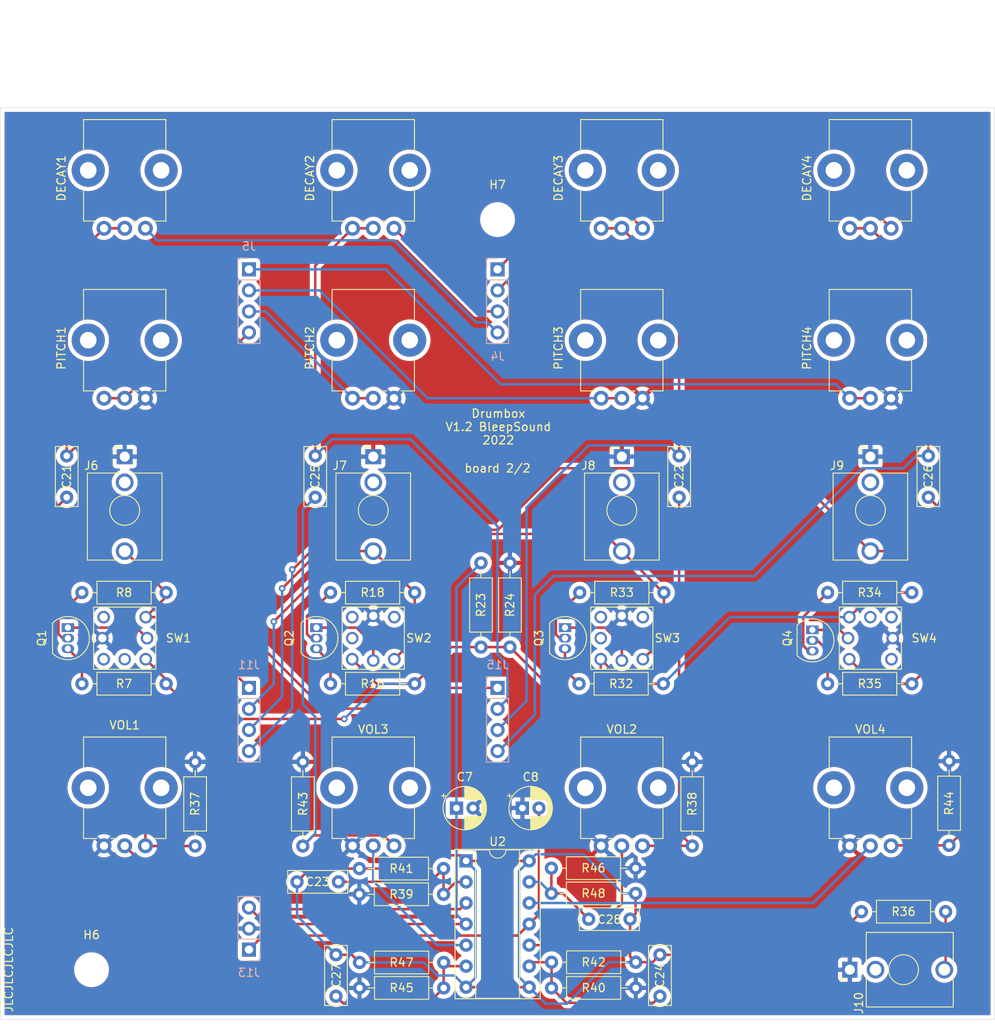
<source format=kicad_pcb>
(kicad_pcb (version 20211014) (generator pcbnew)
  (layers (0 "F.Cu" signal) (31 "B.Cu" signal) (34 "B.Paste" user) (35 "F.Paste" user) (36 "B.SilkS" user "B.Silkscreen") (37 "F.SilkS" user "F.Silkscreen") (38 "B.Mask" user) (39 "F.Mask" user) (44 "Edge.Cuts" user))
  (net 0 "")
  (net 1 "GND")
  (net 2 "O1")
  (net 3 "PIOut2")
  (net 4 "O2")
  (net 5 "PIOut3")
  (net 6 "O3")
  (net 7 "PIOut4")
  (net 8 "O4")
  (net 9 "In1")
  (net 10 "In2")
  (net 11 "In3")
  (net 12 "In4")
  (net 13 "+12V")
  (net 14 "-12V")
  (net 15 "Net-(C23-Pad1)")
  (net 16 "Net-(C24-Pad1)")
  (net 17 "DEIn1")
  (net 18 "DEIn2")
  (net 19 "DEIn3")
  (net 20 "DEIn4")
  (net 21 "PIOut1")
  (net 27 "Out1")
  (net 28 "Net-(Q1-Pad2)")
  (net 29 "Net-(Q1-Pad3)")
  (net 30 "Net-(Q2-Pad2)")
  (net 31 "Net-(Q2-Pad3)")
  (net 32 "Net-(Q3-Pad2)")
  (net 33 "Net-(Q3-Pad3)")
  (net 34 "Net-(Q4-Pad2)")
  (net 35 "Net-(Q4-Pad3)")
  (net 36 "Net-(U2-Pad3)")
  (net 37 "Net-(U2-Pad10)")
  (net 38 "Net-(U2-Pad5)")
  (net 39 "Net-(U2-Pad12)")
  (net 40 "Net-(Q1-Pad1)")
  (net 41 "Net-(Q2-Pad1)")
  (net 42 "Net-(Q3-Pad1)")
  (net 43 "Net-(Q4-Pad1)")
  (net 44 "+5V")
  (net 53 "Net-(C21-Pad2)")
  (net 54 "Net-(C22-Pad2)")
  (net 55 "Net-(J10-PadT)")
  (net 56 "Net-(C25-Pad2)")
  (net 57 "Net-(C26-Pad2)")
  (net 58 "Net-(C27-Pad1)")
  (net 59 "Net-(C28-Pad1)")
  (footprint "Potentiometer_THT:Potentiometer_Bourns_PTV09A-1_Single_Vertical" (layer "F.Cu") (at 91 45.55 90)
    (fp_text reference "DECAY1" (at 6.05 -10.15 90) (layer "F.SilkS"))
    (fp_text value "470k")
    (pad "" np_thru_hole circle (at 7 -6.9 90) (size 4 4) (drill 2) (layers *.Cu *.Mask))
    (pad "" np_thru_hole circle (at 7 1.9 90) (size 4 4) (drill 2) (layers *.Cu *.Mask))
    (pad "1" thru_hole circle (at 0 0 90) (size 1.8 1.8) (drill 1) (layers *.Cu *.Mask) (net 17 "DEIn1"))
    (pad "2" thru_hole circle (at 0 -2.5 90) (size 1.8 1.8) (drill 1) (layers *.Cu *.Mask) (net 2 "O1"))
    (pad "3" thru_hole circle (at 0 -5 90) (size 1.8 1.8) (drill 1) (layers *.Cu *.Mask) (net 2 "O1"))
  )
  (footprint "Synth:PB01-109TL" (layer "F.Cu") (at 148.5 95)
    (fp_text reference "SW3" (at 5.5 0 unlocked) (layer "F.SilkS"))
    (fp_text value "SW_MEC_LOW_PROF_LED")
    (pad "" np_thru_hole circle (at -2.54 0) (size 1.5 1.5) (drill 1) (layers F&B.Cu *.Mask))
    (pad "1" thru_hole circle (at -2.54 2.54) (size 1.524 1.524) (drill 1) (layers *.Cu *.Mask) (net 44 "+5V"))
    (pad "2" thru_hole circle (at -2.54 -2.54) (size 1.524 1.524) (drill 1) (layers *.Cu *.Mask))
    (pad "3" thru_hole circle (at 2.54 2.54) (size 1.524 1.524) (drill 1) (layers *.Cu *.Mask) (net 11 "In3"))
    (pad "4" thru_hole circle (at 2.54 -2.54) (size 1.524 1.524) (drill 1) (layers *.Cu *.Mask))
    (pad "L1" thru_hole circle (at 0 2.7) (size 1.524 1.524) (drill 1) (layers *.Cu *.Mask) (net 42 "Net-(Q3-Pad1)"))
    (pad "L2" thru_hole circle (at 0 -2.7) (size 1.524 1.524) (drill 1) (layers *.Cu *.Mask) (net 1 "GND"))
  )
  (footprint "Resistor_THT:R_Axial_DIN0207_L6.3mm_D2.5mm_P10.16mm_Horizontal" (layer "F.Cu") (at 140 122.75)
    (fp_text reference "R46" (at 5.08 0) (layer "F.SilkS"))
    (fp_text value "20k")
    (pad "1" thru_hole circle (at 0 0) (size 1.6 1.6) (drill 0.8) (layers *.Cu *.Mask) (net 59 "Net-(C28-Pad1)"))
    (pad "2" thru_hole oval (at 10.16 0) (size 1.6 1.6) (drill 0.8) (layers *.Cu *.Mask) (net 1 "GND"))
  )
  (footprint "Resistor_THT:R_Axial_DIN0207_L6.3mm_D2.5mm_P10.16mm_Horizontal" (layer "F.Cu") (at 110 120.08 90)
    (fp_text reference "R43" (at 5.08 0.02 90) (layer "F.SilkS"))
    (fp_text value "1M")
    (pad "1" thru_hole circle (at 0 0 90) (size 1.6 1.6) (drill 0.8) (layers *.Cu *.Mask) (net 56 "Net-(C25-Pad2)"))
    (pad "2" thru_hole oval (at 10.16 0 90) (size 1.6 1.6) (drill 0.8) (layers *.Cu *.Mask) (net 1 "GND"))
  )
  (footprint "Resistor_THT:R_Axial_DIN0207_L6.3mm_D2.5mm_P10.16mm_Horizontal" (layer "F.Cu") (at 187.58 128 180)
    (fp_text reference "R36" (at 5.08 0) (layer "F.SilkS"))
    (fp_text value "1k")
    (pad "1" thru_hole circle (at 0 0 180) (size 1.6 1.6) (drill 0.8) (layers *.Cu *.Mask) (net 55 "Net-(J10-PadT)"))
    (pad "2" thru_hole oval (at 10.16 0 180) (size 1.6 1.6) (drill 0.8) (layers *.Cu *.Mask) (net 27 "Out1"))
  )
  (footprint "Potentiometer_THT:Potentiometer_Bourns_PTV09A-1_Single_Vertical" (layer "F.Cu") (at 91 66.05 90)
    (fp_text reference "PITCH1" (at 6.05 -10.15 90) (layer "F.SilkS"))
    (fp_text value "10k")
    (pad "" np_thru_hole circle (at 7 1.9 90) (size 4 4) (drill 2) (layers *.Cu *.Mask))
    (pad "" np_thru_hole circle (at 7 -6.9 90) (size 4 4) (drill 2) (layers *.Cu *.Mask))
    (pad "1" thru_hole circle (at 0 0 90) (size 1.8 1.8) (drill 1) (layers *.Cu *.Mask) (net 1 "GND"))
    (pad "2" thru_hole circle (at 0 -2.5 90) (size 1.8 1.8) (drill 1) (layers *.Cu *.Mask) (net 21 "PIOut1"))
    (pad "3" thru_hole circle (at 0 -5 90) (size 1.8 1.8) (drill 1) (layers *.Cu *.Mask) (net 21 "PIOut1"))
  )
  (footprint "MountingHole:MountingHole_3.2mm_M3" (layer "F.Cu") (at 84.5 135)
    (fp_text reference "H6" (at 0 -4.2) (layer "F.SilkS"))
    (fp_text value "SpacerHoles")
    (pad "" np_thru_hole circle (at 0 0) (size 3.2 3.2) (drill 3.2) (layers *.Cu *.Mask))
  )
  (footprint "Resistor_THT:R_Axial_DIN0207_L6.3mm_D2.5mm_P10.16mm_Horizontal" (layer "F.Cu") (at 93.5 89.5 180)
    (fp_text reference "R8" (at 5.08 0) (layer "F.SilkS"))
    (fp_text value "100k")
    (pad "1" thru_hole circle (at 0 0 180) (size 1.6 1.6) (drill 0.8) (layers *.Cu *.Mask) (net 9 "In1"))
    (pad "2" thru_hole oval (at 10.16 0 180) (size 1.6 1.6) (drill 0.8) (layers *.Cu *.Mask) (net 28 "Net-(Q1-Pad2)"))
  )
  (footprint "Resistor_THT:R_Axial_DIN0207_L6.3mm_D2.5mm_P10.16mm_Horizontal" (layer "F.Cu") (at 123.5 100.5 180)
    (fp_text reference "R16" (at 5.08 0) (layer "F.SilkS"))
    (fp_text value "1k")
    (pad "1" thru_hole circle (at 0 0 180) (size 1.6 1.6) (drill 0.8) (layers *.Cu *.Mask) (net 44 "+5V"))
    (pad "2" thru_hole oval (at 10.16 0 180) (size 1.6 1.6) (drill 0.8) (layers *.Cu *.Mask) (net 31 "Net-(Q2-Pad3)"))
  )
  (footprint "Capacitor_THT:C_Disc_D7.0mm_W2.5mm_P5.00mm" (layer "F.Cu") (at 153.1 138.2 90)
    (fp_text reference "C24" (at 2.5 0 90) (layer "F.SilkS"))
    (fp_text value "22pF")
    (pad "1" thru_hole circle (at 0 0 90) (size 1.6 1.6) (drill 0.8) (layers *.Cu *.Mask) (net 16 "Net-(C24-Pad1)"))
    (pad "2" thru_hole circle (at 5 0 90) (size 1.6 1.6) (drill 0.8) (layers *.Cu *.Mask) (net 27 "Out1"))
  )
  (footprint "Capacitor_THT:C_Disc_D7.0mm_W2.5mm_P5.00mm" (layer "F.Cu") (at 144.5 128.9)
    (fp_text reference "C28" (at 2.5 0.05) (layer "F.SilkS"))
    (fp_text value "22pF")
    (pad "1" thru_hole circle (at 0 0) (size 1.6 1.6) (drill 0.8) (layers *.Cu *.Mask) (net 59 "Net-(C28-Pad1)"))
    (pad "2" thru_hole circle (at 5 0) (size 1.6 1.6) (drill 0.8) (layers *.Cu *.Mask) (net 27 "Out1"))
  )
  (footprint "Resistor_THT:R_Axial_DIN0207_L6.3mm_D2.5mm_P10.16mm_Horizontal" (layer "F.Cu") (at 153.5 100.5 180)
    (fp_text reference "R32" (at 5.08 0) (layer "F.SilkS"))
    (fp_text value "1k")
    (pad "1" thru_hole circle (at 0 0 180) (size 1.6 1.6) (drill 0.8) (layers *.Cu *.Mask) (net 44 "+5V"))
    (pad "2" thru_hole oval (at 10.16 0 180) (size 1.6 1.6) (drill 0.8) (layers *.Cu *.Mask) (net 33 "Net-(Q3-Pad3)"))
  )
  (footprint "Resistor_THT:R_Axial_DIN0207_L6.3mm_D2.5mm_P10.16mm_Horizontal" (layer "F.Cu") (at 116.82 122.8)
    (fp_text reference "R41" (at 5.08 0) (layer "F.SilkS"))
    (fp_text value "100k")
    (pad "1" thru_hole circle (at 0 0) (size 1.6 1.6) (drill 0.8) (layers *.Cu *.Mask) (net 27 "Out1"))
    (pad "2" thru_hole oval (at 10.16 0) (size 1.6 1.6) (drill 0.8) (layers *.Cu *.Mask) (net 15 "Net-(C23-Pad1)"))
  )
  (footprint "Capacitor_THT:CP_Radial_D5.0mm_P2.00mm" (layer "F.Cu") (at 136.5 115.5)
    (fp_text reference "C8" (at 1 -3.75) (layer "F.SilkS"))
    (fp_text value "100n")
    (pad "1" thru_hole rect (at 0 0) (size 1.6 1.6) (drill 0.8) (layers *.Cu *.Mask) (net 1 "GND"))
    (pad "2" thru_hole circle (at 2 0) (size 1.6 1.6) (drill 0.8) (layers *.Cu *.Mask) (net 14 "-12V"))
  )
  (footprint "Resistor_THT:R_Axial_DIN0207_L6.3mm_D2.5mm_P10.16mm_Horizontal" (layer "F.Cu") (at 116.84 134.13)
    (fp_text reference "R47" (at 5.08 0) (layer "F.SilkS"))
    (fp_text value "100k")
    (pad "1" thru_hole circle (at 0 0) (size 1.6 1.6) (drill 0.8) (layers *.Cu *.Mask) (net 27 "Out1"))
    (pad "2" thru_hole oval (at 10.16 0) (size 1.6 1.6) (drill 0.8) (layers *.Cu *.Mask) (net 58 "Net-(C27-Pad1)"))
  )
  (footprint "Connector_Audio:Jack_3.5mm_QingPu_WQP-PJ398SM_Vertical_CircularHoles" (layer "F.Cu") (at 176.02 135 90)
    (fp_text reference "J10" (at -4.03 1.08 90) (layer "F.SilkS"))
    (fp_text value "Main OUT")
    (pad "S" thru_hole rect (at 0 0 270) (size 1.93 1.83) (drill 1.22) (layers *.Cu *.Mask) (net 1 "GND"))
    (pad "T" thru_hole circle (at 0 11.4 270) (size 2.13 2.13) (drill 1.43) (layers *.Cu *.Mask) (net 55 "Net-(J10-PadT)"))
    (pad "TN" thru_hole circle (at 0 3.1 270) (size 2.13 2.13) (drill 1.42) (layers *.Cu *.Mask))
    (zone (net 0) (net_name "") (layer "F.Cu") (connect_pads (clearance 0)) (min_thickness 0.254)
      (keepout (tracks not_allowed) (vias not_allowed) (pads not_allowed) (copperpour not_allowed) (footprints not_allowed))
      (fill (thermal_gap 0.508) (thermal_bridge_width 0.508))
      (polygon (pts (xy 182.5 133.494859) (xy 182.254171 133.51507) (xy 182.014945 133.575159) (xy 181.788744 133.673514) (xy 181.581645 133.807492) (xy 181.39921 133.973496) (xy 181.246336 134.167068) (xy 181.127131 134.383008) (xy 181.044794 134.615518) (xy 181.001539 134.858354) (xy 180.998525 135.104993) (xy 181.035835 135.348813) (xy 181.112466 135.583266) (xy 181.22636 135.802054) (xy 181.374458 135.999303) (xy 181.552784 136.169714) (xy 181.756548 136.308712) (xy 181.980278 136.412564) (xy 182.217965 136.478481) (xy 182.463226 136.504692) (xy 182.709475 136.490493) (xy 182.950099 136.436266) (xy 183.178634 136.343468) (xy 183.388945 136.214589) (xy 183.575382 136.053092) (xy 183.732939 135.863313) (xy 183.857385 135.65035) (xy 183.945377 135.419921) (xy 183.994553 135.178215) (xy 184.003592 134.931722) (xy 183.97225 134.687064) (xy 183.90137 134.450809) (xy 183.792856 134.229303) (xy 183.649621 134.028495) (xy 183.475512 133.853777) (xy 183.275205 133.709842) (xy 183.054079 133.600555) (xy 182.818074 133.528851) (xy 182.573526 133.496656)))
    )
  )
  (footprint "Potentiometer_THT:Potentiometer_Bourns_PTV09A-1_Single_Vertical" (layer "F.Cu") (at 151 120.05 90)
    (fp_text reference "VOL2" (at 14.05 -2.5 180) (layer "F.SilkS"))
    (fp_text value "10k")
    (pad "" np_thru_hole circle (at 7 -6.9 90) (size 4 4) (drill 2) (layers *.Cu *.Mask))
    (pad "" np_thru_hole circle (at 7 1.9 90) (size 4 4) (drill 2) (layers *.Cu *.Mask))
    (pad "1" thru_hole circle (at 0 0 90) (size 1.8 1.8) (drill 1) (layers *.Cu *.Mask) (net 54 "Net-(C22-Pad2)"))
    (pad "2" thru_hole circle (at 0 -2.5 90) (size 1.8 1.8) (drill 1) (layers *.Cu *.Mask) (net 37 "Net-(U2-Pad10)"))
    (pad "3" thru_hole circle (at 0 -5 90) (size 1.8 1.8) (drill 1) (layers *.Cu *.Mask) (net 1 "GND"))
  )
  (footprint "Package_TO_SOT_THT:TO-92_Inline" (layer "F.Cu") (at 141.64 93.73 -90)
    (fp_text reference "Q3" (at 1.27 3.14 90) (layer "F.SilkS"))
    (fp_text value "2N3904")
    (pad "1" thru_hole rect (at 0 0 270) (size 1.05 1.5) (drill 0.75) (layers *.Cu *.Mask) (net 42 "Net-(Q3-Pad1)"))
    (pad "2" thru_hole oval (at 1.27 0 270) (size 1.05 1.5) (drill 0.75) (layers *.Cu *.Mask) (net 32 "Net-(Q3-Pad2)"))
    (pad "3" thru_hole oval (at 2.54 0 270) (size 1.05 1.5) (drill 0.75) (layers *.Cu *.Mask) (net 33 "Net-(Q3-Pad3)"))
  )
  (footprint "Potentiometer_THT:Potentiometer_Bourns_PTV09A-1_Single_Vertical" (layer "F.Cu") (at 151 45.55 90)
    (fp_text reference "DECAY3" (at 6.05 -10.15 90) (layer "F.SilkS"))
    (fp_text value "470k")
    (pad "" np_thru_hole circle (at 7 -6.9 90) (size 4 4) (drill 2) (layers *.Cu *.Mask))
    (pad "" np_thru_hole circle (at 7 1.9 90) (size 4 4) (drill 2) (layers *.Cu *.Mask))
    (pad "1" thru_hole circle (at 0 0 90) (size 1.8 1.8) (drill 1) (layers *.Cu *.Mask) (net 19 "DEIn3"))
    (pad "2" thru_hole circle (at 0 -2.5 90) (size 1.8 1.8) (drill 1) (layers *.Cu *.Mask) (net 6 "O3"))
    (pad "3" thru_hole circle (at 0 -5 90) (size 1.8 1.8) (drill 1) (layers *.Cu *.Mask) (net 6 "O3"))
  )
  (footprint "Package_TO_SOT_THT:TO-92_Inline" (layer "F.Cu") (at 81.64 93.73 -90)
    (fp_text reference "Q1" (at 1.27 3.14 90) (layer "F.SilkS"))
    (fp_text value "2N3904")
    (pad "1" thru_hole rect (at 0 0 270) (size 1.05 1.5) (drill 0.75) (layers *.Cu *.Mask) (net 40 "Net-(Q1-Pad1)"))
    (pad "2" thru_hole oval (at 1.27 0 270) (size 1.05 1.5) (drill 0.75) (layers *.Cu *.Mask) (net 28 "Net-(Q1-Pad2)"))
    (pad "3" thru_hole oval (at 2.54 0 270) (size 1.05 1.5) (drill 0.75) (layers *.Cu *.Mask) (net 29 "Net-(Q1-Pad3)"))
  )
  (footprint "Potentiometer_THT:Potentiometer_Bourns_PTV09A-1_Single_Vertical" (layer "F.Cu") (at 151 66.05 90)
    (fp_text reference "PITCH3" (at 6.05 -10.15 90) (layer "F.SilkS"))
    (fp_text value "10k")
    (pad "" np_thru_hole circle (at 7 1.9 90) (size 4 4) (drill 2) (layers *.Cu *.Mask))
    (pad "" np_thru_hole circle (at 7 -6.9 90) (size 4 4) (drill 2) (layers *.Cu *.Mask))
    (pad "1" thru_hole circle (at 0 0 90) (size 1.8 1.8) (drill 1) (layers *.Cu *.Mask) (net 1 "GND"))
    (pad "2" thru_hole circle (at 0 -2.5 90) (size 1.8 1.8) (drill 1) (layers *.Cu *.Mask) (net 5 "PIOut3"))
    (pad "3" thru_hole circle (at 0 -5 90) (size 1.8 1.8) (drill 1) (layers *.Cu *.Mask) (net 5 "PIOut3"))
  )
  (footprint "Potentiometer_THT:Potentiometer_Bourns_PTV09A-1_Single_Vertical" (layer "F.Cu") (at 121 45.55 90)
    (fp_text reference "DECAY2" (at 6.05 -10.15 90) (layer "F.SilkS"))
    (fp_text value "470k")
    (pad "" np_thru_hole circle (at 7 1.9 90) (size 4 4) (drill 2) (layers *.Cu *.Mask))
    (pad "" np_thru_hole circle (at 7 -6.9 90) (size 4 4) (drill 2) (layers *.Cu *.Mask))
    (pad "1" thru_hole circle (at 0 0 90) (size 1.8 1.8) (drill 1) (layers *.Cu *.Mask) (net 18 "DEIn2"))
    (pad "2" thru_hole circle (at 0 -2.5 90) (size 1.8 1.8) (drill 1) (layers *.Cu *.Mask) (net 4 "O2"))
    (pad "3" thru_hole circle (at 0 -5 90) (size 1.8 1.8) (drill 1) (layers *.Cu *.Mask) (net 4 "O2"))
  )
  (footprint "Connector_Audio:Jack_3.5mm_QingPu_WQP-PJ398SM_Vertical_CircularHoles" (layer "F.Cu") (at 118.5 73.1)
    (fp_text reference "J7" (at -4.03 1.08 180) (layer "F.SilkS"))
    (fp_text value "HBonga IN")
    (pad "S" thru_hole rect (at 0 0 180) (size 1.93 1.83) (drill 1.22) (layers *.Cu *.Mask) (net 1 "GND"))
    (pad "T" thru_hole circle (at 0 11.4 180) (size 2.13 2.13) (drill 1.43) (layers *.Cu *.Mask) (net 10 "In2"))
    (pad "TN" thru_hole circle (at 0 3.1 180) (size 2.13 2.13) (drill 1.42) (layers *.Cu *.Mask))
    (zone (net 0) (net_name "") (layer "F.Cu") (connect_pads (clearance 0)) (min_thickness 0.254)
      (keepout (tracks not_allowed) (vias not_allowed) (pads not_allowed) (copperpour not_allowed) (footprints not_allowed))
      (fill (thermal_gap 0.508) (thermal_bridge_width 0.508))
      (polygon (pts (xy 120.005141 79.58) (xy 119.98493 79.334171) (xy 119.924841 79.094945) (xy 119.826486 78.868744) (xy 119.692508 78.661645) (xy 119.526504 78.47921) (xy 119.332932 78.326336) (xy 119.116992 78.207131) (xy 118.884482 78.124794) (xy 118.641646 78.081539) (xy 118.395007 78.078525) (xy 118.151187 78.115835) (xy 117.916734 78.192466) (xy 117.697946 78.30636) (xy 117.500697 78.454458) (xy 117.330286 78.632784) (xy 117.191288 78.836548) (xy 117.087436 79.060278) (xy 117.021519 79.297965) (xy 116.995308 79.543226) (xy 117.009507 79.789475) (xy 117.063734 80.030099) (xy 117.156532 80.258634) (xy 117.285411 80.468945) (xy 117.446908 80.655382) (xy 117.636687 80.812939) (xy 117.84965 80.937385) (xy 118.080079 81.025377) (xy 118.321785 81.074553) (xy 118.568278 81.083592) (xy 118.812936 81.05225) (xy 119.049191 80.98137) (xy 119.270697 80.872856) (xy 119.471505 80.729621) (xy 119.646223 80.555512) (xy 119.790158 80.355205) (xy 119.899445 80.134079) (xy 119.971149 79.898074) (xy 120.003344 79.653526)))
    )
  )
  (footprint "Package_DIP:DIP-14_W7.62mm_Socket" (layer "F.Cu") (at 129.7 121.875)
    (fp_text reference "U2" (at 3.81 -2.33) (layer "F.SilkS"))
    (fp_text value "TL074")
    (pad "1" thru_hole rect (at 0 0) (size 1.6 1.6) (drill 0.8) (layers *.Cu *.Mask) (net 27 "Out1"))
    (pad "2" thru_hole oval (at 0 2.54) (size 1.6 1.6) (drill 0.8) (layers *.Cu *.Mask) (net 15 "Net-(C23-Pad1)"))
    (pad "3" thru_hole oval (at 0 5.08) (size 1.6 1.6) (drill 0.8) (layers *.Cu *.Mask) (net 36 "Net-(U2-Pad3)"))
    (pad "4" thru_hole oval (at 0 7.62) (size 1.6 1.6) (drill 0.8) (layers *.Cu *.Mask) (net 13 "+12V"))
    (pad "5" thru_hole oval (at 0 10.16) (size 1.6 1.6) (drill 0.8) (layers *.Cu *.Mask) (net 38 "Net-(U2-Pad5)"))
    (pad "6" thru_hole oval (at 0 12.7) (size 1.6 1.6) (drill 0.8) (layers *.Cu *.Mask) (net 58 "Net-(C27-Pad1)"))
    (pad "7" thru_hole oval (at 0 15.24) (size 1.6 1.6) (drill 0.8) (layers *.Cu *.Mask) (net 27 "Out1"))
    (pad "8" thru_hole oval (at 7.62 15.24) (size 1.6 1.6) (drill 0.8) (layers *.Cu *.Mask) (net 27 "Out1"))
    (pad "9" thru_hole oval (at 7.62 12.7) (size 1.6 1.6) (drill 0.8) (layers *.Cu *.Mask) (net 16 "Net-(C24-Pad1)"))
    (pad "10" thru_hole oval (at 7.62 10.16) (size 1.6 1.6) (drill 0.8) (layers *.Cu *.Mask) (net 37 "Net-(U2-Pad10)"))
    (pad "11" thru_hole oval (at 7.62 7.62) (size 1.6 1.6) (drill 0.8) (layers *.Cu *.Mask) (net 14 "-12V"))
    (pad "12" thru_hole oval (at 7.62 5.08) (size 1.6 1.6) (drill 0.8) (layers *.Cu *.Mask) (net 39 "Net-(U2-Pad12)"))
    (pad "13" thru_hole oval (at 7.62 2.54) (size 1.6 1.6) (drill 0.8) (layers *.Cu *.Mask) (net 59 "Net-(C28-Pad1)"))
    (pad "14" thru_hole oval (at 7.62 0) (size 1.6 1.6) (drill 0.8) (layers *.Cu *.Mask) (net 27 "Out1"))
  )
  (footprint "Resistor_THT:R_Axial_DIN0207_L6.3mm_D2.5mm_P10.16mm_Horizontal" (layer "F.Cu") (at 123.5 89.5 180)
    (fp_text reference "R18" (at 5.08 0) (layer "F.SilkS"))
    (fp_text value "100k")
    (pad "1" thru_hole circle (at 0 0 180) (size 1.6 1.6) (drill 0.8) (layers *.Cu *.Mask) (net 10 "In2"))
    (pad "2" thru_hole oval (at 10.16 0 180) (size 1.6 1.6) (drill 0.8) (layers *.Cu *.Mask) (net 30 "Net-(Q2-Pad2)"))
  )
  (footprint "Resistor_THT:R_Axial_DIN0207_L6.3mm_D2.5mm_P10.16mm_Horizontal" (layer "F.Cu") (at 126.98 125.9 180)
    (fp_text reference "R39" (at 5.08 0) (layer "F.SilkS"))
    (fp_text value "10k")
    (pad "1" thru_hole circle (at 0 0 180) (size 1.6 1.6) (drill 0.8) (layers *.Cu *.Mask) (net 15 "Net-(C23-Pad1)"))
    (pad "2" thru_hole oval (at 10.16 0 180) (size 1.6 1.6) (drill 0.8) (layers *.Cu *.Mask) (net 1 "GND"))
  )
  (footprint "Capacitor_THT:CP_Radial_D5.0mm_P2.00mm" (layer "F.Cu") (at 128.544887 115.5)
    (fp_text reference "C7" (at 1 -3.75) (layer "F.SilkS"))
    (fp_text value "100n")
    (pad "1" thru_hole rect (at 0 0) (size 1.6 1.6) (drill 0.8) (layers *.Cu *.Mask) (net 13 "+12V"))
    (pad "2" thru_hole circle (at 2 0) (size 1.6 1.6) (drill 0.8) (layers *.Cu *.Mask) (net 1 "GND"))
  )
  (footprint "Capacitor_THT:C_Disc_D7.0mm_W2.5mm_P5.00mm" (layer "F.Cu") (at 114 138.2 90)
    (fp_text reference "C27" (at 2.5 0.05 90) (layer "F.SilkS"))
    (fp_text value "22pF")
    (pad "1" thru_hole circle (at 0 0 90) (size 1.6 1.6) (drill 0.8) (layers *.Cu *.Mask) (net 58 "Net-(C27-Pad1)"))
    (pad "2" thru_hole circle (at 5 0 90) (size 1.6 1.6) (drill 0.8) (layers *.Cu *.Mask) (net 27 "Out1"))
  )
  (footprint "Capacitor_THT:C_Disc_D7.0mm_W2.5mm_P5.00mm" (layer "F.Cu") (at 81.5 73 -90)
    (fp_text reference "C21" (at 2.5 0 90) (layer "F.SilkS"))
    (fp_text value ".1µF")
    (pad "1" thru_hole circle (at 0 0 270) (size 1.6 1.6) (drill 0.8) (layers *.Cu *.Mask) (net 2 "O1"))
    (pad "2" thru_hole circle (at 5 0 270) (size 1.6 1.6) (drill 0.8) (layers *.Cu *.Mask) (net 53 "Net-(C21-Pad2)"))
  )
  (footprint "Synth:PB01-109TL" (layer "F.Cu") (at 178.5 95 -90)
    (fp_text reference "SW4" (at 0 -6.5 unlocked) (layer "F.SilkS"))
    (fp_text value "SW_MEC_LOW_PROF_LED")
    (pad "" np_thru_hole circle (at -2.54 0 270) (size 1.5 1.5) (drill 1) (layers F&B.Cu *.Mask))
    (pad "1" thru_hole circle (at -2.54 2.54 270) (size 1.524 1.524) (drill 1) (layers *.Cu *.Mask) (net 44 "+5V"))
    (pad "2" thru_hole circle (at -2.54 -2.54 270) (size 1.524 1.524) (drill 1) (layers *.Cu *.Mask))
    (pad "3" thru_hole circle (at 2.54 2.54 270) (size 1.524 1.524) (drill 1) (layers *.Cu *.Mask) (net 12 "In4"))
    (pad "4" thru_hole circle (at 2.54 -2.54 270) (size 1.524 1.524) (drill 1) (layers *.Cu *.Mask))
    (pad "L1" thru_hole circle (at 0 2.7 270) (size 1.524 1.524) (drill 1) (layers *.Cu *.Mask) (net 43 "Net-(Q4-Pad1)"))
    (pad "L2" thru_hole circle (at 0 -2.7 270) (size 1.524 1.524) (drill 1) (layers *.Cu *.Mask) (net 1 "GND"))
  )
  (footprint "Resistor_THT:R_Axial_DIN0207_L6.3mm_D2.5mm_P10.16mm_Horizontal" (layer "F.Cu") (at 150.18 134.1 180)
    (fp_text reference "R42" (at 5.08 0) (layer "F.SilkS"))
    (fp_text value "100k")
    (pad "1" thru_hole circle (at 0 0 180) (size 1.6 1.6) (drill 0.8) (layers *.Cu *.Mask) (net 27 "Out1"))
    (pad "2" thru_hole oval (at 10.16 0 180) (size 1.6 1.6) (drill 0.8) (layers *.Cu *.Mask) (net 16 "Net-(C24-Pad1)"))
  )
  (footprint "Capacitor_THT:C_Disc_D7.0mm_W2.5mm_P5.00mm" (layer "F.Cu") (at 185.5 73 -90)
    (fp_text reference "C26" (at 2.5 0 90) (layer "F.SilkS"))
    (fp_text value ".1µF")
    (pad "1" thru_hole circle (at 0 0 270) (size 1.6 1.6) (drill 0.8) (layers *.Cu *.Mask) (net 8 "O4"))
    (pad "2" thru_hole circle (at 5 0 270) (size 1.6 1.6) (drill 0.8) (layers *.Cu *.Mask) (net 57 "Net-(C26-Pad2)"))
  )
  (footprint "Capacitor_THT:C_Disc_D7.0mm_W2.5mm_P5.00mm" (layer "F.Cu") (at 111.5 73 -90)
    (fp_text reference "C25" (at 2.5 0 90) (layer "F.SilkS"))
    (fp_text value ".1µF")
    (pad "1" thru_hole circle (at 0 0 270) (size 1.6 1.6) (drill 0.8) (layers *.Cu *.Mask) (net 4 "O2"))
    (pad "2" thru_hole circle (at 5 0 270) (size 1.6 1.6) (drill 0.8) (layers *.Cu *.Mask) (net 56 "Net-(C25-Pad2)"))
  )
  (footprint "Capacitor_THT:C_Disc_D7.0mm_W2.5mm_P5.00mm" (layer "F.Cu") (at 114.3 124.4 180)
    (fp_text reference "C23" (at 2.5 0) (layer "F.SilkS"))
    (fp_text value "22pF")
    (pad "1" thru_hole circle (at 0 0 180) (size 1.6 1.6) (drill 0.8) (layers *.Cu *.Mask) (net 15 "Net-(C23-Pad1)"))
    (pad "2" thru_hole circle (at 5 0 180) (size 1.6 1.6) (drill 0.8) (layers *.Cu *.Mask) (net 27 "Out1"))
  )
  (footprint "Synth:PB01-109TL" (layer "F.Cu") (at 118.5 95)
    (fp_text reference "SW2" (at 5.5 0 unlocked) (layer "F.SilkS"))
    (fp_text value "SW_MEC_LOW_PROF_LED")
    (pad "" np_thru_hole circle (at -2.54 0) (size 1.5 1.5) (drill 1) (layers F&B.Cu *.Mask))
    (pad "1" thru_hole circle (at -2.54 2.54) (size 1.524 1.524) (drill 1) (layers *.Cu *.Mask) (net 44 "+5V"))
    (pad "2" thru_hole circle (at -2.54 -2.54) (size 1.524 1.524) (drill 1) (layers *.Cu *.Mask))
    (pad "3" thru_hole circle (at 2.54 2.54) (size 1.524 1.524) (drill 1) (layers *.Cu *.Mask) (net 10 "In2"))
    (pad "4" thru_hole circle (at 2.54 -2.54) (size 1.524 1.524) (drill 1) (layers *.Cu *.Mask))
    (pad "L1" thru_hole circle (at 0 2.7) (size 1.524 1.524) (drill 1) (layers *.Cu *.Mask) (net 41 "Net-(Q2-Pad1)"))
    (pad "L2" thru_hole circle (at 0 -2.7) (size 1.524 1.524) (drill 1) (layers *.Cu *.Mask) (net 1 "GND"))
  )
  (footprint "Potentiometer_THT:Potentiometer_Bourns_PTV09A-1_Single_Vertical" (layer "F.Cu") (at 181 66.05 90)
    (fp_text reference "PITCH4" (at 6.05 -10.15 90) (layer "F.SilkS"))
    (fp_text value "10k")
    (pad "" np_thru_hole circle (at 7 1.9 90) (size 4 4) (drill 2) (layers *.Cu *.Mask))
    (pad "" np_thru_hole circle (at 7 -6.9 90) (size 4 4) (drill 2) (layers *.Cu *.Mask))
    (pad "1" thru_hole circle (at 0 0 90) (size 1.8 1.8) (drill 1) (layers *.Cu *.Mask) (net 1 "GND"))
    (pad "2" thru_hole circle (at 0 -2.5 90) (size 1.8 1.8) (drill 1) (layers *.Cu *.Mask) (net 7 "PIOut4"))
    (pad "3" thru_hole circle (at 0 -5 90) (size 1.8 1.8) (drill 1) (layers *.Cu *.Mask) (net 7 "PIOut4"))
  )
  (footprint "Resistor_THT:R_Axial_DIN0207_L6.3mm_D2.5mm_P10.16mm_Horizontal" (layer "F.Cu") (at 93.5 100.5 180)
    (fp_text reference "R7" (at 5.08 0) (layer "F.SilkS"))
    (fp_text value "1k")
    (pad "1" thru_hole circle (at 0 0 180) (size 1.6 1.6) (drill 0.8) (layers *.Cu *.Mask) (net 44 "+5V"))
    (pad "2" thru_hole oval (at 10.16 0 180) (size 1.6 1.6) (drill 0.8) (layers *.Cu *.Mask) (net 29 "Net-(Q1-Pad3)"))
  )
  (footprint "Resistor_THT:R_Axial_DIN0207_L6.3mm_D2.5mm_P10.16mm_Horizontal" (layer "F.Cu") (at 188 120 90)
    (fp_text reference "R44" (at 5.08 0 90) (layer "F.SilkS"))
    (fp_text value "1M")
    (pad "1" thru_hole circle (at 0 0 90) (size 1.6 1.6) (drill 0.8) (layers *.Cu *.Mask) (net 57 "Net-(C26-Pad2)"))
    (pad "2" thru_hole oval (at 10.16 0 90) (size 1.6 1.6) (drill 0.8) (layers *.Cu *.Mask) (net 1 "GND"))
  )
  (footprint "Connector_Audio:Jack_3.5mm_QingPu_WQP-PJ398SM_Vertical_CircularHoles" (layer "F.Cu") (at 148.5 73.1)
    (fp_text reference "J8" (at -4.03 1.08 180) (layer "F.SilkS"))
    (fp_text value "LBonga IN")
    (pad "S" thru_hole rect (at 0 0 180) (size 1.93 1.83) (drill 1.22) (layers *.Cu *.Mask) (net 1 "GND"))
    (pad "T" thru_hole circle (at 0 11.4 180) (size 2.13 2.13) (drill 1.43) (layers *.Cu *.Mask) (net 11 "In3"))
    (pad "TN" thru_hole circle (at 0 3.1 180) (size 2.13 2.13) (drill 1.42) (layers *.Cu *.Mask))
    (zone (net 0) (net_name "") (layer "F.Cu") (connect_pads (clearance 0)) (min_thickness 0.254)
      (keepout (tracks not_allowed) (vias not_allowed) (pads not_allowed) (copperpour not_allowed) (footprints not_allowed))
      (fill (thermal_gap 0.508) (thermal_bridge_width 0.508))
      (polygon (pts (xy 150.005141 79.58) (xy 149.98493 79.334171) (xy 149.924841 79.094945) (xy 149.826486 78.868744) (xy 149.692508 78.661645) (xy 149.526504 78.47921) (xy 149.332932 78.326336) (xy 149.116992 78.207131) (xy 148.884482 78.124794) (xy 148.641646 78.081539) (xy 148.395007 78.078525) (xy 148.151187 78.115835) (xy 147.916734 78.192466) (xy 147.697946 78.30636) (xy 147.500697 78.454458) (xy 147.330286 78.632784) (xy 147.191288 78.836548) (xy 147.087436 79.060278) (xy 147.021519 79.297965) (xy 146.995308 79.543226) (xy 147.009507 79.789475) (xy 147.063734 80.030099) (xy 147.156532 80.258634) (xy 147.285411 80.468945) (xy 147.446908 80.655382) (xy 147.636687 80.812939) (xy 147.84965 80.937385) (xy 148.080079 81.025377) (xy 148.321785 81.074553) (xy 148.568278 81.083592) (xy 148.812936 81.05225) (xy 149.049191 80.98137) (xy 149.270697 80.872856) (xy 149.471505 80.729621) (xy 149.646223 80.555512) (xy 149.790158 80.355205) (xy 149.899445 80.134079) (xy 149.971149 79.898074) (xy 150.003344 79.653526)))
    )
  )
  (footprint "Potentiometer_THT:Potentiometer_Bourns_PTV09A-1_Single_Vertical" (layer "F.Cu") (at 121 120.05 90)
    (fp_text reference "VOL3" (at 14.05 -2.5 180) (layer "F.SilkS"))
    (fp_text value "10k")
    (pad "" np_thru_hole circle (at 7 1.9 90) (size 4 4) (drill 2) (layers *.Cu *.Mask))
    (pad "" np_thru_hole circle (at 7 -6.9 90) (size 4 4) (drill 2) (layers *.Cu *.Mask))
    (pad "1" thru_hole circle (at 0 0 90) (size 1.8 1.8) (drill 1) (layers *.Cu *.Mask) (net 56 "Net-(C25-Pad2)"))
    (pad "2" thru_hole circle (at 0 -2.5 90) (size 1.8 1.8) (drill 1) (layers *.Cu *.Mask) (net 38 "Net-(U2-Pad5)"))
    (pad "3" thru_hole circle (at 0 -5 90) (size 1.8 1.8) (drill 1) (layers *.Cu *.Mask) (net 1 "GND"))
  )
  (footprint "Resistor_THT:R_Axial_DIN0207_L6.3mm_D2.5mm_P10.16mm_Horizontal" (layer "F.Cu") (at 140.02 137.2)
    (fp_text reference "R40" (at 5.08 0) (layer "F.SilkS"))
    (fp_text value "20k")
    (pad "1" thru_hole circle (at 0 0) (size 1.6 1.6) (drill 0.8) (layers *.Cu *.Mask) (net 16 "Net-(C24-Pad1)"))
    (pad "2" thru_hole oval (at 10.16 0) (size 1.6 1.6) (drill 0.8) (layers *.Cu *.Mask) (net 1 "GND"))
  )
  (footprint "Connector_Audio:Jack_3.5mm_QingPu_WQP-PJ398SM_Vertical_CircularHoles" (layer "F.Cu") (at 178.5 73.1)
    (fp_text reference "J9" (at -4.03 1.08 180) (layer "F.SilkS"))
    (fp_text value "Clave IN")
    (pad "S" thru_hole rect (at 0 0 180) (size 1.93 1.83) (drill 1.22) (layers *.Cu *.Mask) (net 1 "GND"))
    (pad "T" thru_hole circle (at 0 11.4 180) (size 2.13 2.13) (drill 1.43) (layers *.Cu *.Mask) (net 12 "In4"))
    (pad "TN" thru_hole circle (at 0 3.1 180) (size 2.13 2.13) (drill 1.42) (layers *.Cu *.Mask))
    (zone (net 0) (net_name "") (layer "F.Cu") (connect_pads (clearance 0)) (min_thickness 0.254)
      (keepout (tracks not_allowed) (vias not_allowed) (pads not_allowed) (copperpour not_allowed) (footprints not_allowed))
      (fill (thermal_gap 0.508) (thermal_bridge_width 0.508))
      (polygon (pts (xy 180.005141 79.58) (xy 179.98493 79.334171) (xy 179.924841 79.094945) (xy 179.826486 78.868744) (xy 179.692508 78.661645) (xy 179.526504 78.47921) (xy 179.332932 78.326336) (xy 179.116992 78.207131) (xy 178.884482 78.124794) (xy 178.641646 78.081539) (xy 178.395007 78.078525) (xy 178.151187 78.115835) (xy 177.916734 78.192466) (xy 177.697946 78.30636) (xy 177.500697 78.454458) (xy 177.330286 78.632784) (xy 177.191288 78.836548) (xy 177.087436 79.060278) (xy 177.021519 79.297965) (xy 176.995308 79.543226) (xy 177.009507 79.789475) (xy 177.063734 80.030099) (xy 177.156532 80.258634) (xy 177.285411 80.468945) (xy 177.446908 80.655382) (xy 177.636687 80.812939) (xy 177.84965 80.937385) (xy 178.080079 81.025377) (xy 178.321785 81.074553) (xy 178.568278 81.083592) (xy 178.812936 81.05225) (xy 179.049191 80.98137) (xy 179.270697 80.872856) (xy 179.471505 80.729621) (xy 179.646223 80.555512) (xy 179.790158 80.355205) (xy 179.899445 80.134079) (xy 179.971149 79.898074) (xy 180.003344 79.653526)))
    )
  )
  (footprint "Resistor_THT:R_Axial_DIN0207_L6.3mm_D2.5mm_P10.16mm_Horizontal" (layer "F.Cu") (at 135 96.08 90)
    (fp_text reference "R24" (at 5.08 0 90) (layer "F.SilkS"))
    (fp_text value "33k")
    (pad "1" thru_hole circle (at 0 0 90) (size 1.6 1.6) (drill 0.8) (layers *.Cu *.Mask) (net 44 "+5V"))
    (pad "2" thru_hole oval (at 10.16 0 90) (size 1.6 1.6) (drill 0.8) (layers *.Cu *.Mask) (net 1 "GND"))
  )
  (footprint "Synth:PB01-109TL" (layer "F.Cu") (at 88.5 95 90)
    (fp_text reference "SW1" (at 0 6.5 unlocked) (layer "F.SilkS"))
    (fp_text value "SW_MEC_LOW_PROF_LED")
    (pad "" np_thru_hole circle (at -2.54 0 90) (size 1.5 1.5) (drill 1) (layers F&B.Cu *.Mask))
    (pad "1" thru_hole circle (at -2.54 2.54 90) (size 1.524 1.524) (drill 1) (layers *.Cu *.Mask) (net 44 "+5V"))
    (pad "2" thru_hole circle (at -2.54 -2.54 90) (size 1.524 1.524) (drill 1) (layers *.Cu *.Mask))
    (pad "3" thru_hole circle (at 2.54 2.54 90) (size 1.524 1.524) (drill 1) (layers *.Cu *.Mask) (net 9 "In1"))
    (pad "4" thru_hole circle (at 2.54 -2.54 90) (size 1.524 1.524) (drill 1) (layers *.Cu *.Mask))
    (pad "L1" thru_hole circle (at 0 2.7 90) (size 1.524 1.524) (drill 1) (layers *.Cu *.Mask) (net 40 "Net-(Q1-Pad1)"))
    (pad "L2" thru_hole circle (at 0 -2.7 90) (size 1.524 1.524) (drill 1) (layers *.Cu *.Mask) (net 1 "GND"))
  )
  (footprint "Resistor_THT:R_Axial_DIN0207_L6.3mm_D2.5mm_P10.16mm_Horizontal" (layer "F.Cu") (at 127 137.2 180)
    (fp_text reference "R45" (at 5.08 0) (layer "F.SilkS"))
    (fp_text value "20k")
    (pad "1" thru_hole circle (at 0 0 180) (size 1.6 1.6) (drill 0.8) (layers *.Cu *.Mask) (net 58 "Net-(C27-Pad1)"))
    (pad "2" thru_hole oval (at 10.16 0 180) (size 1.6 1.6) (drill 0.8) (layers *.Cu *.Mask) (net 1 "GND"))
  )
  (footprint "Package_TO_SOT_THT:TO-92_Inline" (layer "F.Cu") (at 111.64 93.73 -90)
    (fp_text reference "Q2" (at 1.27 3.27 90) (layer "F.SilkS"))
    (fp_text value "2N3904")
    (pad "1" thru_hole rect (at 0 0 270) (size 1.05 1.5) (drill 0.75) (layers *.Cu *.Mask) (net 41 "Net-(Q2-Pad1)"))
    (pad "2" thru_hole oval (at 1.27 0 270) (size 1.05 1.5) (drill 0.75) (layers *.Cu *.Mask) (net 30 "Net-(Q2-Pad2)"))
    (pad "3" thru_hole oval (at 2.54 0 270) (size 1.05 1.5) (drill 0.75) (layers *.Cu *.Mask) (net 31 "Net-(Q2-Pad3)"))
  )
  (footprint "Resistor_THT:R_Axial_DIN0207_L6.3mm_D2.5mm_P10.16mm_Horizontal" (layer "F.Cu") (at 131.5 85.92 -90)
    (fp_text reference "R23" (at 5.08 0 90) (layer "F.SilkS"))
    (fp_text value "47k")
    (pad "1" thru_hole circle (at 0 0 270) (size 1.6 1.6) (drill 0.8) (layers *.Cu *.Mask) (net 13 "+12V"))
    (pad "2" thru_hole oval (at 10.16 0 270) (size 1.6 1.6) (drill 0.8) (layers *.Cu *.Mask) (net 44 "+5V"))
  )
  (footprint "Resistor_THT:R_Axial_DIN0207_L6.3mm_D2.5mm_P10.16mm_Horizontal" (layer "F.Cu") (at 150.16 125.8 180)
    (fp_text reference "R48" (at 5.08 0) (layer "F.SilkS"))
    (fp_text value "100k")
    (pad "1" thru_hole circle (at 0 0 180) (size 1.6 1.6) (drill 0.8) (layers *.Cu *.Mask) (net 27 "Out1"))
    (pad "2" thru_hole oval (at 10.16 0 180) (size 1.6 1.6) (drill 0.8) (layers *.Cu *.Mask) (net 59 "Net-(C28-Pad1)"))
  )
  (footprint "Potentiometer_THT:Potentiometer_Bourns_PTV09A-1_Single_Vertical" (layer "F.Cu") (at 121 66.05 90)
    (fp_text reference "PITCH2" (at 6.05 -10.15 90) (layer "F.SilkS"))
    (fp_text value "10k")
    (pad "" np_thru_hole circle (at 7 1.9 90) (size 4 4) (drill 2) (layers *.Cu *.Mask))
    (pad "" np_thru_hole circle (at 7 -6.9 90) (size 4 4) (drill 2) (layers *.Cu *.Mask))
    (pad "1" thru_hole circle (at 0 0 90) (size 1.8 1.8) (drill 1) (layers *.Cu *.Mask) (net 1 "GND"))
    (pad "2" thru_hole circle (at 0 -2.5 90) (size 1.8 1.8) (drill 1) (layers *.Cu *.Mask) (net 3 "PIOut2"))
    (pad "3" thru_hole circle (at 0 -5 90) (size 1.8 1.8) (drill 1) (layers *.Cu *.Mask) (net 3 "PIOut2"))
  )
  (footprint "Resistor_THT:R_Axial_DIN0207_L6.3mm_D2.5mm_P10.16mm_Horizontal" (layer "F.Cu") (at 183.5 100.5 180)
    (fp_text reference "R35" (at 5.08 0) (layer "F.SilkS"))
    (fp_text value "100k")
    (pad "1" thru_hole circle (at 0 0 180) (size 1.6 1.6) (drill 0.8) (layers *.Cu *.Mask) (net 12 "In4"))
    (pad "2" thru_hole oval (at 10.16 0 180) (size 1.6 1.6) (drill 0.8) (layers *.Cu *.Mask) (net 34 "Net-(Q4-Pad2)"))
  )
  (footprint "Capacitor_THT:C_Disc_D7.0mm_W2.5mm_P5.00mm" (layer "F.Cu") (at 155.42 73 -90)
    (fp_text reference "C22" (at 2.5 0 90) (layer "F.SilkS"))
    (fp_text value ".1µF")
    (pad "1" thru_hole circle (at 0 0 270) (size 1.6 1.6) (drill 0.8) (layers *.Cu *.Mask) (net 6 "O3"))
    (pad "2" thru_hole circle (at 5 0 270) (size 1.6 1.6) (drill 0.8) (layers *.Cu *.Mask) (net 54 "Net-(C22-Pad2)"))
  )
  (footprint "Resistor_THT:R_Axial_DIN0207_L6.3mm_D2.5mm_P10.16mm_Horizontal" (layer "F.Cu") (at 183.5 89.5 180)
    (fp_text reference "R34" (at 5.08 0) (layer "F.SilkS"))
    (fp_text value "1k")
    (pad "1" thru_hole circle (at 0 0 180) (size 1.6 1.6) (drill 0.8) (layers *.Cu *.Mask) (net 44 "+5V"))
    (pad "2" thru_hole oval (at 10.16 0 180) (size 1.6 1.6) (drill 0.8) (layers *.Cu *.Mask) (net 35 "Net-(Q4-Pad3)"))
  )
  (footprint "Resistor_THT:R_Axial_DIN0207_L6.3mm_D2.5mm_P10.16mm_Horizontal" (layer "F.Cu") (at 157 120.08 90)
    (fp_text reference "R38" (at 5.08 0 90) (layer "F.SilkS"))
    (fp_text value "1M")
    (pad "1" thru_hole circle (at 0 0 90) (size 1.6 1.6) (drill 0.8) (layers *.Cu *.Mask) (net 54 "Net-(C22-Pad2)"))
    (pad "2" thru_hole oval (at 10.16 0 90) (size 1.6 1.6) (drill 0.8) (layers *.Cu *.Mask) (net 1 "GND"))
  )
  (footprint "Package_TO_SOT_THT:TO-92_Inline" (layer "F.Cu") (at 171.5 94 -90)
    (fp_text reference "Q4" (at 1 3 90) (layer "F.SilkS"))
    (fp_text value "2N3904")
    (pad "1" thru_hole rect (at 0 0 270) (size 1.05 1.5) (drill 0.75) (layers *.Cu *.Mask) (net 43 "Net-(Q4-Pad1)"))
    (pad "2" thru_hole oval (at 1.27 0 270) (size 1.05 1.5) (drill 0.75) (layers *.Cu *.Mask) (net 34 "Net-(Q4-Pad2)"))
    (pad "3" thru_hole oval (at 2.54 0 270) (size 1.05 1.5) (drill 0.75) (layers *.Cu *.Mask) (net 35 "Net-(Q4-Pad3)"))
  )
  (footprint "Potentiometer_THT:Potentiometer_Bourns_PTV09A-1_Single_Vertical" (layer "F.Cu") (at 181 45.55 90)
    (fp_text reference "DECAY4" (at 6.05 -10.15 90) (layer "F.SilkS"))
    (fp_text value "470k")
    (pad "" np_thru_hole circle (at 7 1.9 90) (size 4 4) (drill 2) (layers *.Cu *.Mask))
    (pad "" np_thru_hole circle (at 7 -6.9 90) (size 4 4) (drill 2) (layers *.Cu *.Mask))
    (pad "1" thru_hole circle (at 0 0 90) (size 1.8 1.8) (drill 1) (layers *.Cu *.Mask) (net 20 "DEIn4"))
    (pad "2" thru_hole circle (at 0 -2.5 90) (size 1.8 1.8) (drill 1) (layers *.Cu *.Mask) (net 8 "O4"))
    (pad "3" thru_hole circle (at 0 -5 90) (size 1.8 1.8) (drill 1) (layers *.Cu *.Mask) (net 8 "O4"))
  )
  (footprint "Potentiometer_THT:Potentiometer_Bourns_PTV09A-1_Single_Vertical" (layer "F.Cu") (at 91 120.05 90)
    (fp_text reference "VOL1" (at 14.55 -2.5 180) (layer "F.SilkS"))
    (fp_text value "10k")
    (pad "" np_thru_hole circle (at 7 1.9 90) (size 4 4) (drill 2) (layers *.Cu *.Mask))
    (pad "" np_thru_hole circle (at 7 -6.9 90) (size 4 4) (drill 2) (layers *.Cu *.Mask))
    (pad "1" thru_hole circle (at 0 0 90) (size 1.8 1.8) (drill 1) (layers *.Cu *.Mask) (net 53 "Net-(C21-Pad2)"))
    (pad "2" thru_hole circle (at 0 -2.5 90) (size 1.8 1.8) (drill 1) (layers *.Cu *.Mask) (net 36 "Net-(U2-Pad3)"))
    (pad "3" thru_hole circle (at 0 -5 90) (size 1.8 1.8) (drill 1) (layers *.Cu *.Mask) (net 1 "GND"))
  )
  (footprint "Potentiometer_THT:Potentiometer_Bourns_PTV09A-1_Single_Vertical" (layer "F.Cu") (at 181 120.05 90)
    (fp_text reference "VOL4" (at 14.05 -2.5 180) (layer "F.SilkS"))
    (fp_text value "10k")
    (pad "" np_thru_hole circle (at 7 -6.9 90) (size 4 4) (drill 2) (layers *.Cu *.Mask))
    (pad "" np_thru_hole circle (at 7 1.9 90) (size 4 4) (drill 2) (layers *.Cu *.Mask))
    (pad "1" thru_hole circle (at 0 0 90) (size 1.8 1.8) (drill 1) (layers *.Cu *.Mask) (net 57 "Net-(C26-Pad2)"))
    (pad "2" thru_hole circle (at 0 -2.5 90) (size 1.8 1.8) (drill 1) (layers *.Cu *.Mask) (net 39 "Net-(U2-Pad12)"))
    (pad "3" thru_hole circle (at 0 -5 90) (size 1.8 1.8) (drill 1) (layers *.Cu *.Mask) (net 1 "GND"))
  )
  (footprint "MountingHole:MountingHole_3.2mm_M3" (layer "F.Cu") (at 133.5 44.5)
    (fp_text reference "H7" (at 0 -4.2) (layer "F.SilkS"))
    (fp_text value "SpacerHoles")
    (pad "" np_thru_hole circle (at 0 0) (size 3.2 3.2) (drill 3.2) (layers *.Cu *.Mask))
  )
  (footprint "Resistor_THT:R_Axial_DIN0207_L6.3mm_D2.5mm_P10.16mm_Horizontal" (layer "F.Cu") (at 153.58 89.5 180)
    (fp_text reference "R33" (at 5.08 0) (layer "F.SilkS"))
    (fp_text value "100k")
    (pad "1" thru_hole circle (at 0 0 180) (size 1.6 1.6) (drill 0.8) (layers *.Cu *.Mask) (net 11 "In3"))
    (pad "2" thru_hole oval (at 10.16 0 180) (size 1.6 1.6) (drill 0.8) (layers *.Cu *.Mask) (net 32 "Net-(Q3-Pad2)"))
  )
  (footprint "Connector_Audio:Jack_3.5mm_QingPu_WQP-PJ398SM_Vertical_CircularHoles" (layer "F.Cu") (at 88.5 73.1)
    (fp_text reference "J6" (at -4.03 1.08 180) (layer "F.SilkS"))
    (fp_text value "Bass IN")
    (pad "S" thru_hole rect (at 0 0 180) (size 1.93 1.83) (drill 1.22) (layers *.Cu *.Mask) (net 1 "GND"))
    (pad "T" thru_hole circle (at 0 11.4 180) (size 2.13 2.13) (drill 1.43) (layers *.Cu *.Mask) (net 9 "In1"))
    (pad "TN" thru_hole circle (at 0 3.1 180) (size 2.13 2.13) (drill 1.42) (layers *.Cu *.Mask))
    (zone (net 0) (net_name "") (layer "F.Cu") (connect_pads (clearance 0)) (min_thickness 0.254)
      (keepout (tracks not_allowed) (vias not_allowed) (pads not_allowed) (copperpour not_allowed) (footprints not_allowed))
      (fill (thermal_gap 0.508) (thermal_bridge_width 0.508))
      (polygon (pts (xy 90.005141 79.58) (xy 89.98493 79.334171) (xy 89.924841 79.094945) (xy 89.826486 78.868744) (xy 89.692508 78.661645) (xy 89.526504 78.47921) (xy 89.332932 78.326336) (xy 89.116992 78.207131) (xy 88.884482 78.124794) (xy 88.641646 78.081539) (xy 88.395007 78.078525) (xy 88.151187 78.115835) (xy 87.916734 78.192466) (xy 87.697946 78.30636) (xy 87.500697 78.454458) (xy 87.330286 78.632784) (xy 87.191288 78.836548) (xy 87.087436 79.060278) (xy 87.021519 79.297965) (xy 86.995308 79.543226) (xy 87.009507 79.789475) (xy 87.063734 80.030099) (xy 87.156532 80.258634) (xy 87.285411 80.468945) (xy 87.446908 80.655382) (xy 87.636687 80.812939) (xy 87.84965 80.937385) (xy 88.080079 81.025377) (xy 88.321785 81.074553) (xy 88.568278 81.083592) (xy 88.812936 81.05225) (xy 89.049191 80.98137) (xy 89.270697 80.872856) (xy 89.471505 80.729621) (xy 89.646223 80.555512) (xy 89.790158 80.355205) (xy 89.899445 80.134079) (xy 89.971149 79.898074) (xy 90.003344 79.653526)))
    )
  )
  (footprint "Resistor_THT:R_Axial_DIN0207_L6.3mm_D2.5mm_P10.16mm_Horizontal" (layer "F.Cu") (at 97 120.08 90)
    (fp_text reference "R37" (at 5.08 0 90) (layer "F.SilkS"))
    (fp_text value "1M")
    (pad "1" thru_hole circle (at 0 0 90) (size 1.6 1.6) (drill 0.8) (layers *.Cu *.Mask) (net 53 "Net-(C21-Pad2)"))
    (pad "2" thru_hole oval (at 10.16 0 90) (size 1.6 1.6) (drill 0.8) (layers *.Cu *.Mask) (net 1 "GND"))
  )
  (footprint "Connector_PinSocket_2.54mm:PinSocket_1x04_P2.54mm_Vertical" (layer "B.Cu") (at 133.5 101 180)
    (fp_text reference "J15" (at 0 2.77) (layer "B.SilkS") (effects (justify mirror)))
    (fp_text value "Conn_01x04_Female")
    (pad "1" thru_hole rect (at 0 0 180) (size 1.7 1.7) (drill 1) (layers *.Cu *.Mask) (net 2 "O1"))
    (pad "2" thru_hole oval (at 0 -2.54 180) (size 1.7 1.7) (drill 1) (layers *.Cu *.Mask) (net 4 "O2"))
    (pad "3" thru_hole oval (at 0 -5.08 180) (size 1.7 1.7) (drill 1) (layers *.Cu *.Mask) (net 6 "O3"))
    (pad "4" thru_hole oval (at 0 -7.62 180) (size 1.7 1.7) (drill 1) (layers *.Cu *.Mask) (net 8 "O4"))
  )
  (footprint "Connector_PinSocket_2.54mm:PinSocket_1x04_P2.54mm_Vertical" (layer "B.Cu") (at 103.5 101 180)
    (fp_text reference "J11" (at 0 2.77) (layer "B.SilkS") (effects (justify mirror)))
    (fp_text value "Conn_01x04_Female")
    (pad "1" thru_hole rect (at 0 0 180) (size 1.7 1.7) (drill 1) (layers *.Cu *.Mask) (net 9 "In1"))
    (pad "2" thru_hole oval (at 0 -2.54 180) (size 1.7 1.7) (drill 1) (layers *.Cu *.Mask) (net 10 "In2"))
    (pad "3" thru_hole oval (at 0 -5.08 180) (size 1.7 1.7) (drill 1) (layers *.Cu *.Mask) (net 11 "In3"))
    (pad "4" thru_hole oval (at 0 -7.62 180) (size 1.7 1.7) (drill 1) (layers *.Cu *.Mask) (net 12 "In4"))
  )
  (footprint "Connector_PinSocket_2.54mm:PinSocket_1x04_P2.54mm_Vertical" (layer "B.Cu") (at 133.5 50.5 180)
    (fp_text reference "J4" (at 0 -10.5) (layer "B.SilkS") (effects (justify mirror)))
    (fp_text value "Conn_01x04_Female")
    (pad "1" thru_hole rect (at 0 0 180) (size 1.7 1.7) (drill 1) (layers *.Cu *.Mask) (net 20 "DEIn4"))
    (pad "2" thru_hole oval (at 0 -2.54 180) (size 1.7 1.7) (drill 1) (layers *.Cu *.Mask) (net 19 "DEIn3"))
    (pad "3" thru_hole oval (at 0 -5.08 180) (size 1.7 1.7) (drill 1) (layers *.Cu *.Mask) (net 18 "DEIn2"))
    (pad "4" thru_hole oval (at 0 -7.62 180) (size 1.7 1.7) (drill 1) (layers *.Cu *.Mask) (net 17 "DEIn1"))
  )
  (footprint "Connector_PinSocket_2.54mm:PinSocket_1x04_P2.54mm_Vertical" (layer "B.Cu") (at 103.5 50.5 180)
    (fp_text reference "J5" (at 0 2.77) (layer "B.SilkS") (effects (justify mirror)))
    (fp_text value "Conn_01x04_Female")
    (pad "1" thru_hole rect locked (at 0 0 180) (size 1.7 1.7) (drill 1) (layers *.Cu *.Mask) (net 7 "PIOut4"))
    (pad "2" thru_hole oval locked (at 0 -2.54 180) (size 1.7 1.7) (drill 1) (layers *.Cu *.Mask) (net 5 "PIOut3"))
    (pad "3" thru_hole oval locked (at 0 -5.08 180) (size 1.7 1.7) (drill 1) (layers *.Cu *.Mask) (net 3 "PIOut2"))
    (pad "4" thru_hole oval locked (at 0 -7.62 180) (size 1.7 1.7) (drill 1) (layers *.Cu *.Mask) (net 21 "PIOut1"))
  )
  (footprint "Connector_PinSocket_2.54mm:PinSocket_1x03_P2.54mm_Vertical" (layer "B.Cu") (at 103.5 132.58)
    (fp_text reference "J13" (at 0 2.77) (layer "B.SilkS") (effects (justify mirror)))
    (fp_text value "Conn_01x03_Female")
    (pad "1" thru_hole rect (at 0 0) (size 1.7 1.7) (drill 1) (layers *.Cu *.Mask) (net 14 "-12V"))
    (pad "2" thru_hole oval (at 0 -2.54) (size 1.7 1.7) (drill 1) (layers *.Cu *.Mask) (net 1 "GND"))
    (pad "3" thru_hole oval (at 0 -5.08) (size 1.7 1.7) (drill 1) (layers *.Cu *.Mask) (net 13 "+12V"))
  )
  (gr_line (start 73.5 31) (end 193.5 31) (layer "Edge.Cuts") (width 0.05))
  (gr_line (start 193.5 31) (end 193.500001 141) (layer "Edge.Cuts") (width 0.05))
  (gr_line (start 73.5 31) (end 73.5 141) (layer "Edge.Cuts") (width 0.05))
  (gr_line (start 73.5 141) (end 193.500001 141) (layer "Edge.Cuts") (width 0.05))
  (gr_text "Drumbox\nV1.2 BleepSound\n2022" (at 133.6 69.5) (layer "F.SilkS") (effects (font (size 1 1))))
  (gr_text "board 2/2" (at 133.5 74.5) (layer "F.SilkS") (effects (font (size 1 1))))
  (gr_text "JLCJLCJLCJLC\n" (at 74.5 135 90) (layer "F.SilkS") (effects (font (size 1 1))))
  (segment (start 112.5 103.5) (end 96 87) (width 0.3) (layer "F.Cu") (net 2))
  (segment (start 133.5 101) (end 127 101) (width 0.3) (layer "F.Cu") (net 2))
  (segment (start 96 87) (end 96 73.5) (width 0.3) (layer "F.Cu") (net 2))
  (segment (start 86 45.55) (end 88.5 45.55) (width 0.3) (layer "F.Cu") (net 2))
  (segment (start 94 71.5) (end 83 71.5) (width 0.3) (layer "F.Cu") (net 2))
  (segment (start 81.5 50.05) (end 81.5 73) (width 0.3) (layer "F.Cu") (net 2))
  (segment (start 124.5 103.5) (end 112.5 103.5) (width 0.3) (layer "F.Cu") (net 2))
  (segment (start 86 45.55) (end 81.5 50.05) (width 0.3) (layer "F.Cu") (net 2))
  (segment (start 83 71.5) (end 81.5 73) (width 0.3) (layer "F.Cu") (net 2))
  (segment (start 96 73.5) (end 94 71.5) (width 0.3) (layer "F.Cu") (net 2))
  (segment (start 127 101) (end 124.5 103.5) (width 0.3) (layer "F.Cu") (net 2))
  (segment (start 116 66.05) (end 118.5 66.05) (width 0.3) (layer "F.Cu") (net 3))
  (segment (start 105.53 55.58) (end 103.5 55.58) (width 0.3) (layer "B.Cu") (net 3))
  (segment (start 116 66.05) (end 105.53 55.58) (width 0.3) (layer "B.Cu") (net 3))
  (segment (start 111.5 50.05) (end 111.5 73) (width 0.3) (layer "F.Cu") (net 4))
  (segment (start 116 45.55) (end 118.5 45.55) (width 0.3) (layer "F.Cu") (net 4))
  (segment (start 116 45.55) (end 111.5 50.05) (width 0.3) (layer "F.Cu") (net 4))
  (segment (start 133.5 81.5) (end 123 71) (width 0.3) (layer "B.Cu") (net 4))
  (segment (start 134.7 98.2) (end 133.5 97) (width 0.3) (layer "B.Cu") (net 4))
  (segment (start 123 71) (end 113.5 71) (width 0.3) (layer "B.Cu") (net 4))
  (segment (start 133.5 103.54) (end 134.7 102.34) (width 0.3) (layer "B.Cu") (net 4))
  (segment (start 133.5 97) (end 133.5 81.5) (width 0.3) (layer "B.Cu") (net 4))
  (segment (start 134.7 102.34) (end 134.7 98.2) (width 0.3) (layer "B.Cu") (net 4))
  (segment (start 113.5 71) (end 111.5 73) (width 0.3) (layer "B.Cu") (net 4))
  (segment (start 146 66.05) (end 148.5 66.05) (width 0.3) (layer "F.Cu") (net 5))
  (segment (start 112.04 53.04) (end 103.5 53.04) (width 0.3) (layer "B.Cu") (net 5))
  (segment (start 125.05 66.05) (end 112.04 53.04) (width 0.3) (layer "B.Cu") (net 5))
  (segment (start 146 66.05) (end 125.05 66.05) (width 0.3) (layer "B.Cu") (net 5))
  (segment (start 146 45.55) (end 148.5 45.55) (width 0.3) (layer "F.Cu") (net 6))
  (segment (start 155.42 52.47) (end 148.5 45.55) (width 0.3) (layer "F.Cu") (net 6))
  (segment (start 155.42 73) (end 155.42 52.47) (width 0.3) (layer "F.Cu") (net 6))
  (segment (start 137 102.5) (end 137 102.58) (width 0.3) (layer "B.Cu") (net 6))
  (segment (start 137 102.58) (end 133.5 106.08) (width 0.3) (layer "B.Cu") (net 6))
  (segment (start 154.17 71.75) (end 144.5 71.75) (width 0.3) (layer "B.Cu") (net 6))
  (segment (start 144.5 71.75) (end 137 79.25) (width 0.3) (layer "B.Cu") (net 6))
  (segment (start 137 79.25) (end 137 102.5) (width 0.3) (layer "B.Cu") (net 6))
  (segment (start 155.42 73) (end 154.17 71.75) (width 0.3) (layer "B.Cu") (net 6))
  (segment (start 176 66.05) (end 178.5 66.05) (width 0.3) (layer "F.Cu") (net 7))
  (segment (start 174.317846 64.367846) (end 176 66.05) (width 0.3) (layer "B.Cu") (net 7))
  (segment (start 103.5 50.5) (end 120 50.5) (width 0.3) (layer "B.Cu") (net 7))
  (segment (start 120 50.5) (end 133.867846 64.367846) (width 0.3) (layer "B.Cu") (net 7))
  (segment (start 133.867846 64.367846) (end 174.317846 64.367846) (width 0.3) (layer "B.Cu") (net 7))
  (segment (start 178.5 45.55) (end 185.5 52.55) (width 0.3) (layer "F.Cu") (net 8))
  (segment (start 176 45.55) (end 178.5 45.55) (width 0.3) (layer "F.Cu") (net 8))
  (segment (start 185.5 52.55) (end 185.5 73) (width 0.3) (layer "F.Cu") (net 8))
  (segment (start 138 104.25) (end 138 89.75) (width 0.3) (layer "B.Cu") (net 8))
  (segment (start 140.25 87.5) (end 164.5 87.5) (width 0.3) (layer "B.Cu") (net 8))
  (segment (start 182.5 74.5) (end 184 73) (width 0.3) (layer "B.Cu") (net 8))
  (segment (start 164.5 87.5) (end 177.5 74.5) (width 0.3) (layer "B.Cu") (net 8))
  (segment (start 133.5 108.62) (end 133.63 108.62) (width 0.3) (layer "B.Cu") (net 8))
  (segment (start 133.63 108.62) (end 138 104.25) (width 0.3) (layer "B.Cu") (net 8))
  (segment (start 184 73) (end 185.5 73) (width 0.3) (layer "B.Cu") (net 8))
  (segment (start 177.5 74.5) (end 182.5 74.5) (width 0.3) (layer "B.Cu") (net 8))
  (segment (start 138 89.75) (end 140.25 87.5) (width 0.3) (layer "B.Cu") (net 8))
  (segment (start 88.5 84.5) (end 93.5 89.5) (width 0.3) (layer "F.Cu") (net 9))
  (segment (start 91.04 92.46) (end 94.96 92.46) (width 0.3) (layer "F.Cu") (net 9))
  (segment (start 93.5 90) (end 93.5 89.5) (width 0.3) (layer "F.Cu") (net 9))
  (segment (start 94.96 92.46) (end 103.5 101) (width 0.3) (layer "F.Cu") (net 9))
  (segment (start 91.04 92.46) (end 93.5 90) (width 0.3) (layer "F.Cu") (net 9))
  (segment (start 115 84.5) (end 107 92.5) (width 0.3) (layer "F.Cu") (net 10))
  (segment (start 118.5 84.5) (end 115 84.5) (width 0.3) (layer "F.Cu") (net 10))
  (segment (start 121.04 97.54) (end 123.5 95.08) (width 0.3) (layer "F.Cu") (net 10))
  (segment (start 107 92.5) (end 106.5 93) (width 0.3) (layer "F.Cu") (net 10))
  (segment (start 118.5 84.5) (end 123.5 89.5) (width 0.3) (layer "F.Cu") (net 10))
  (segment (start 123.5 95.08) (end 123.5 89.5) (width 0.3) (layer "F.Cu") (net 10))
  (via (at 106.5 93) (size 0.8) (drill 0.4) (layers "F.Cu" "B.Cu") (net 10))
  (segment (start 106.5 93) (end 106.5 100.54) (width 0.3) (layer "B.Cu") (net 10))
  (segment (start 106.5 100.54) (end 103.5 103.54) (width 0.3) (layer "B.Cu") (net 10))
  (segment (start 107.5 89) (end 114.075266 82.424734) (width 0.3) (layer "F.Cu") (net 11))
  (segment (start 146.424734 82.424734) (end 148.5 84.5) (width 0.3) (layer "F.Cu") (net 11))
  (segment (start 148.5 84.5) (end 153.5 89.5) (width 0.3) (layer "F.Cu") (net 11))
  (segment (start 114.075266 82.424734) (end 146.424734 82.424734) (width 0.3) (layer "F.Cu") (net 11))
  (segment (start 153.58 95) (end 153.58 89.5) (width 0.3) (layer "F.Cu") (net 11))
  (segment (start 153.5 89.5) (end 153.58 89.5) (width 0.3) (layer "F.Cu") (net 11))
  (segment (start 151.04 97.54) (end 153.58 95) (width 0.3) (layer "F.Cu") (net 11))
  (via (at 107.5 89) (size 0.8) (drill 0.4) (layers "F.Cu" "B.Cu") (net 11))
  (segment (start 107.5 102.08) (end 103.5 106.08) (width 0.3) (layer "B.Cu") (net 11))
  (segment (start 107.5 89) (end 107.5 102.08) (width 0.3) (layer "B.Cu") (net 11))
  (segment (start 183.5 100.5) (end 185.5 98.5) (width 0.3) (layer "F.Cu") (net 12))
  (segment (start 133.575266 81.924734) (end 113.575266 81.924734) (width 0.3) (layer "F.Cu") (net 12))
  (segment (start 180.819312 84.5) (end 178.5 84.5) (width 0.3) (layer "F.Cu") (net 12))
  (segment (start 183.5 100.5) (end 178.92 100.5) (width 0.3) (layer "F.Cu") (net 12))
  (segment (start 178.92 100.5) (end 175.96 97.54) (width 0.3) (layer "F.Cu") (net 12))
  (segment (start 141 74.5) (end 133.575266 81.924734) (width 0.3) (layer "F.Cu") (net 12))
  (segment (start 185.5 98.5) (end 185.5 89.180688) (width 0.3) (layer "F.Cu") (net 12))
  (segment (start 113.575266 81.924734) (end 109 86.5) (width 0.3) (layer "F.Cu") (net 12))
  (segment (start 109 86.5) (end 108.779977 86.720023) (width 0.3) (layer "F.Cu") (net 12))
  (segment (start 178.5 84.5) (end 168.5 74.5) (width 0.3) (layer "F.Cu") (net 12))
  (segment (start 185.5 89.180688) (end 180.819312 84.5) (width 0.3) (layer "F.Cu") (net 12))
  (segment (start 168.5 74.5) (end 141 74.5) (width 0.3) (layer "F.Cu") (net 12))
  (segment (start 108.779977 86.720023) (end 108.720023 86.720023) (width 0.3) (layer "F.Cu") (net 12))
  (via (at 108.720023 86.720023) (size 0.8) (drill 0.4) (layers "F.Cu" "B.Cu") (net 12))
  (segment (start 108.720023 103.399977) (end 103.5 108.62) (width 0.3) (layer "B.Cu") (net 12))
  (segment (start 108.720023 86.720023) (end 108.720023 103.399977) (width 0.3) (layer "B.Cu") (net 12))
  (segment (start 129.7 129.495) (end 105.495 129.495) (width 0.3) (layer "F.Cu") (net 13))
  (segment (start 105.495 129.495) (end 103.5 127.5) (width 0.3) (layer "F.Cu") (net 13))
  (segment (start 131.5 85.92) (end 128.544887 88.875113) (width 0.3) (layer "B.Cu") (net 13))
  (segment (start 128.544887 88.875113) (end 128.544887 115.5) (width 0.3) (layer "B.Cu") (net 13))
  (segment (start 129.7 129.495) (end 128.544887 128.339887) (width 0.3) (layer "B.Cu") (net 13))
  (segment (start 128.544887 128.339887) (end 128.544887 115.5) (width 0.3) (layer "B.Cu") (net 13))
  (segment (start 137.32 129.495) (end 135.93 130.885) (width 0.3) (layer "F.Cu") (net 14))
  (segment (start 138.5 128.315) (end 137.32 129.495) (width 0.3) (layer "F.Cu") (net 14))
  (segment (start 135.93 130.885) (end 105.195 130.885) (width 0.3) (layer "F.Cu") (net 14))
  (segment (start 138.5 115.5) (end 138.5 128.315) (width 0.3) (layer "F.Cu") (net 14))
  (segment (start 105.195 130.885) (end 103.5 132.58) (width 0.3) (layer "F.Cu") (net 14))
  (segment (start 114.3 124.4) (end 125.38 124.4) (width 0.3) (layer "F.Cu") (net 15))
  (segment (start 128.465 124.415) (end 126.98 125.9) (width 0.3) (layer "F.Cu") (net 15))
  (segment (start 126.98 122.8) (end 126.98 125.9) (width 0.3) (layer "F.Cu") (net 15))
  (segment (start 129.7 124.415) (end 128.465 124.415) (width 0.3) (layer "F.Cu") (net 15))
  (segment (start 125.38 124.4) (end 126.98 122.8) (width 0.3) (layer "F.Cu") (net 15))
  (segment (start 140.02 137.2) (end 140.02 134.1) (width 0.3) (layer "F.Cu") (net 16))
  (segment (start 152.300001 138.999999) (end 141.819999 138.999999) (width 0.3) (layer "F.Cu") (net 16))
  (segment (start 137.795 134.1) (end 137.32 134.575) (width 0.3) (layer "F.Cu") (net 16))
  (segment (start 153.1 138.2) (end 152.300001 138.999999) (width 0.3) (layer "F.Cu") (net 16))
  (segment (start 141.819999 138.999999) (end 140.02 137.2) (width 0.3) (layer "F.Cu") (net 16))
  (segment (start 140.02 134.1) (end 137.795 134.1) (width 0.3) (layer "F.Cu") (net 16))
  (segment (start 130.9 56.9) (end 121 47) (width 0.3) (layer "B.Cu") (net 17))
  (segment (start 132.28 56.9) (end 130.9 56.9) (width 0.3) (layer "B.Cu") (net 17))
  (segment (start 133.5 58.12) (end 132.28 56.9) (width 0.3) (layer "B.Cu") (net 17))
  (segment (start 121 47) (end 92.45 47) (width 0.3) (layer "B.Cu") (net 17))
  (segment (start 92.45 47) (end 91 45.55) (width 0.3) (layer "B.Cu") (net 17))
  (segment (start 133.5 55.58) (end 131.03 55.58) (width 0.3) (layer "F.Cu") (net 18))
  (segment (start 131.03 55.58) (end 121 45.55) (width 0.3) (layer "F.Cu") (net 18))
  (segment (start 142.5 44.04) (end 133.5 53.04) (width 0.3) (layer "F.Cu") (net 19))
  (segment (start 142.5 44) (end 142.5 44.04) (width 0.3) (layer "F.Cu") (net 19))
  (segment (start 149.45 44) (end 142.5 44) (width 0.3) (layer "F.Cu") (net 19))
  (segment (start 151 45.55) (end 149.45 44) (width 0.3) (layer "F.Cu") (net 19))
  (segment (start 140.5 43.5) (end 178.95 43.5) (width 0.3) (layer "F.Cu") (net 20))
  (segment (start 178.95 43.5) (end 181 45.55) (width 0.3) (layer "F.Cu") (net 20))
  (segment (start 133.5 50.5) (end 140.5 43.5) (width 0.3) (layer "F.Cu") (net 20))
  (segment (start 88.5 66.05) (end 86 66.05) (width 0.3) (layer "F.Cu") (net 21))
  (segment (start 103.5 58.12) (end 99.62 62) (width 0.3) (layer "F.Cu") (net 21))
  (segment (start 92.55 62) (end 88.5 66.05) (width 0.3) (layer "F.Cu") (net 21))
  (segment (start 99.62 62) (end 92.55 62) (width 0.3) (layer "F.Cu") (net 21))
  (segment (start 137.32 137.115) (end 129.7 137.115) (width 0.3) (layer "F.Cu") (net 27))
  (segment (start 116.82 122.8) (end 110.9 122.8) (width 0.3) (layer "F.Cu") (net 27))
  (segment (start 129.7 121.875) (end 137.32 121.875) (width 0.3) (layer "F.Cu") (net 27))
  (segment (start 172.22 133.2) (end 177.42 128) (width 0.3) (layer "F.Cu") (net 27))
  (segment (start 126.1 121.2) (end 124.5 122.8) (width 0.3) (layer "F.Cu") (net 27))
  (segment (start 124.5 122.8) (end 116.82 122.8) (width 0.3) (layer "F.Cu") (net 27))
  (segment (start 150.18 134.1) (end 152.2 134.1) (width 0.3) (layer "F.Cu") (net 27))
  (segment (start 150.16 128.24) (end 149.5 128.9) (width 0.3) (layer "F.Cu") (net 27))
  (segment (start 149.5 128.9) (end 149.5 133.42) (width 0.3) (layer "F.Cu") (net 27))
  (segment (start 129.025 121.2) (end 126.1 121.2) (width 0.3) (layer "F.Cu") (net 27))
  (segment (start 114 133.2) (end 115.91 133.2) (width 0.3) (layer "F.Cu") (net 27))
  (segment (start 152.2 134.1) (end 153.1 133.2) (width 0.3) (layer "F.Cu") (net 27))
  (segment (start 129.7 121.875) (end 129.025 121.2) (width 0.3) (layer "F.Cu") (net 27))
  (segment (start 110.9 122.8) (end 109.3 124.4) (width 0.3) (layer "F.Cu") (net 27))
  (segment (start 150.16 125.8) (end 150.16 128.24) (width 0.3) (layer "F.Cu") (net 27))
  (segment (start 149.5 133.42) (end 150.18 134.1) (width 0.3) (layer "F.Cu") (net 27))
  (segment (start 115.91 133.2) (end 116.84 134.13) (width 0.3) (layer "F.Cu") (net 27))
  (segment (start 153.1 133.2) (end 172.22 133.2) (width 0.3) (layer "F.Cu") (net 27))
  (segment (start 138.119999 121.075001) (end 143.875001 121.075001) (width 0.3) (layer "B.Cu") (net 27))
  (segment (start 124.63 134.13) (end 116.84 134.13) (width 0.3) (layer "B.Cu") (net 27))
  (segment (start 146.9 134.1) (end 141.9 139.1) (width 0.3) (layer "B.Cu") (net 27))
  (segment (start 136.1 135.895) (end 136.1 123.095) (width 0.3) (layer "B.Cu") (net 27))
  (segment (start 109.3 128.5) (end 114 133.2) (width 0.3) (layer "B.Cu") (net 27))
  (segment (start 130.85 135.965) (end 129.7 137.115) (width 0.3) (layer "B.Cu") (net 27))
  (segment (start 128.285 135.7) (end 126.2 135.7) (width 0.3) (layer "B.Cu") (net 27))
  (segment (start 148.6 125.8) (end 150.16 125.8) (width 0.3) (layer "B.Cu") (net 27))
  (segment (start 109.3 124.4) (end 109.3 128.5) (width 0.3) (layer "B.Cu") (net 27))
  (segment (start 137.32 121.875) (end 138.119999 121.075001) (width 0.3) (layer "B.Cu") (net 27))
  (segment (start 143.875001 121.075001) (end 148.6 125.8) (width 0.3) (layer "B.Cu") (net 27))
  (segment (start 139.305 139.1) (end 137.32 137.115) (width 0.3) (layer "B.Cu") (net 27))
  (segment (start 150.18 134.1) (end 146.9 134.1) (width 0.3) (layer "B.Cu") (net 27))
  (segment (start 137.32 137.115) (end 136.1 135.895) (width 0.3) (layer "B.Cu") (net 27))
  (segment (start 136.1 123.095) (end 137.32 121.875) (width 0.3) (layer "B.Cu") (net 27))
  (segment (start 129.7 121.875) (end 130.85 123.025) (width 0.3) (layer "B.Cu") (net 27))
  (segment (start 141.9 139.1) (end 139.305 139.1) (width 0.3) (layer "B.Cu") (net 27))
  (segment (start 130.85 123.025) (end 130.85 135.965) (width 0.3) (layer "B.Cu") (net 27))
  (segment (start 126.2 135.7) (end 124.63 134.13) (width 0.3) (layer "B.Cu") (net 27))
  (segment (start 129.7 137.115) (end 128.285 135.7) (width 0.3) (layer "B.Cu") (net 27))
  (segment (start 81 95) (end 81.64 95) (width 0.3) (layer "F.Cu") (net 28))
  (segment (start 80.5 92.34) (end 80.5 94.5) (width 0.3) (layer "F.Cu") (net 28))
  (segment (start 80.5 94.5) (end 81 95) (width 0.3) (layer "F.Cu") (net 28))
  (segment (start 83.34 89.5) (end 80.5 92.34) (width 0.3) (layer "F.Cu") (net 28))
  (segment (start 83.34 97.97) (end 81.64 96.27) (width 0.3) (layer "F.Cu") (net 29))
  (segment (start 83.34 100.5) (end 83.34 97.97) (width 0.3) (layer "F.Cu") (net 29))
  (segment (start 110.5 94.5) (end 110.5 92.34) (width 0.3) (layer "F.Cu") (net 30))
  (segment (start 111 95) (end 110.5 94.5) (width 0.3) (layer "F.Cu") (net 30))
  (segment (start 111.64 95) (end 111 95) (width 0.3) (layer "F.Cu") (net 30))
  (segment (start 110.5 92.34) (end 113.34 89.5) (width 0.3) (layer "F.Cu") (net 30))
  (segment (start 113.34 100.5) (end 113.34 97.97) (width 0.3) (layer "F.Cu") (net 31))
  (segment (start 113.34 97.97) (end 111.64 96.27) (width 0.3) (layer "F.Cu") (net 31))
  (segment (start 143.42 89.5) (end 140.54 92.38) (width 0.3) (layer "F.Cu") (net 32))
  (segment (start 140.54 94.54) (end 141 95) (width 0.3) (layer "F.Cu") (net 32))
  (segment (start 140.54 92.38) (end 140.54 94.54) (width 0.3) (layer "F.Cu") (net 32))
  (segment (start 141 95) (end 141.64 95) (width 0.3) (layer "F.Cu") (net 32))
  (segment (start 141.64 96.27) (end 141.64 98.8) (width 0.3) (layer "F.Cu") (net 33))
  (segment (start 141.64 98.8) (end 143.34 100.5) (width 0.3) (layer "F.Cu") (net 33))
  (segment (start 172.1 95.27) (end 173.34 96.51) (width 0.3) (layer "F.Cu") (net 34))
  (segment (start 173.34 96.51) (end 173.34 100.5) (width 0.3) (layer "F.Cu") (net 34))
  (segment (start 171.5 95.27) (end 172.1 95.27) (width 0.3) (layer "F.Cu") (net 34))
  (segment (start 170.4 95.9) (end 170.4 92.44) (width 0.3) (layer "F.Cu") (net 35))
  (segment (start 171.5 96.54) (end 171.04 96.54) (width 0.3) (layer "F.Cu") (net 35))
  (segment (start 171.04 96.54) (end 170.4 95.9) (width 0.3) (layer "F.Cu") (net 35))
  (segment (start 170.4 92.44) (end 173.34 89.5) (width 0.3) (layer "F.Cu") (net 35))
  (segment (start 107.7 127.7) (end 128.955 127.7) (width 0.3) (layer "F.Cu") (net 36))
  (segment (start 104.5 124.5) (end 107.7 127.7) (width 0.3) (layer "F.Cu") (net 36))
  (segment (start 88.5 120.05) (end 92.95 124.5) (width 0.3) (layer "F.Cu") (net 36))
  (segment (start 128.955 127.7) (end 129.7 126.955) (width 0.3) (layer "F.Cu") (net 36))
  (segment (start 92.95 124.5) (end 104.5 124.5) (width 0.3) (layer "F.Cu") (net 36))
  (segment (start 143.465 132.035) (end 148.5 127) (width 0.3) (layer "F.Cu") (net 37))
  (segment (start 137.32 132.035) (end 143.465 132.035) (width 0.3) (layer "F.Cu") (net 37))
  (segment (start 148.5 127) (end 148.5 120.05) (width 0.3) (layer "F.Cu") (net 37))
  (segment (start 118.5 124.317767) (end 118.5 120.05) (width 0.3) (layer "B.Cu") (net 38))
  (segment (start 129.7 132.035) (end 126.217233 132.035) (width 0.3) (layer "B.Cu") (net 38))
  (segment (start 126.217233 132.035) (end 118.5 124.317767) (width 0.3) (layer "B.Cu") (net 38))
  (segment (start 171.595 126.955) (end 178.5 120.05) (width 0.3) (layer "B.Cu") (net 39))
  (segment (start 171.595 126.955) (end 137.32 126.955) (width 0.3) (layer "B.Cu") (net 39))
  (segment (start 89.93 93.73) (end 81.64 93.73) (width 0.3) (layer "F.Cu") (net 40))
  (segment (start 91.2 95) (end 89.93 93.73) (width 0.3) (layer "F.Cu") (net 40))
  (segment (start 118.5 95.75) (end 118.5 97.7) (width 0.3) (layer "F.Cu") (net 41))
  (segment (start 111.64 93.73) (end 116.48 93.73) (width 0.3) (layer "F.Cu") (net 41))
  (segment (start 116.48 93.73) (end 118.5 95.75) (width 0.3) (layer "F.Cu") (net 41))
  (segment (start 141.64 93.73) (end 146.48 93.73) (width 0.3) (layer "F.Cu") (net 42))
  (segment (start 148.5 95.75) (end 148.5 97.7) (width 0.3) (layer "F.Cu") (net 42))
  (segment (start 146.48 93.73) (end 148.5 95.75) (width 0.3) (layer "F.Cu") (net 42))
  (segment (start 175.8 95) (end 174.8 94) (width 0.3) (layer "F.Cu") (net 43))
  (segment (start 174.8 94) (end 171.5 94) (width 0.3) (layer "F.Cu") (net 43))
  (segment (start 131.5 96.08) (end 127.92 96.08) (width 0.3) (layer "F.Cu") (net 44))
  (segment (start 115.96 97.54) (end 118.92 100.5) (width 0.3) (layer "F.Cu") (net 44))
  (segment (start 145.96 97.54) (end 148.92 100.5) (width 0.3) (layer "F.Cu") (net 44))
  (segment (start 118.92 100.5) (end 123.5 100.5) (width 0.3) (layer "F.Cu") (net 44))
  (segment (start 115 104.75) (end 97.75 104.75) (width 0.3) (layer "F.Cu") (net 44))
  (segment (start 127.92 96.08) (end 123.5 100.5) (width 0.3) (layer "F.Cu") (net 44))
  (segment (start 178.92 89.5) (end 175.96 92.46) (width 0.3) (layer "F.Cu") (net 44))
  (segment (start 183.5 89.5) (end 178.92 89.5) (width 0.3) (layer "F.Cu") (net 44))
  (segment (start 135 96.08) (end 141.42 102.5) (width 0.3) (layer "F.Cu") (net 44))
  (segment (start 91.04 97.54) (end 93.5 100) (width 0.3) (layer "F.Cu") (net 44))
  (segment (start 145.96 97.54) (end 145.96 100.04) (width 0.3) (layer "F.Cu") (net 44))
  (segment (start 141.42 102.5) (end 143.5 102.5) (width 0.3) (layer "F.Cu") (net 44))
  (segment (start 93.5 100) (end 93.5 100.5) (width 0.3) (layer "F.Cu") (net 44))
  (segment (start 135 96.08) (end 131.5 96.08) (width 0.3) (layer "F.Cu") (net 44))
  (segment (start 97.75 104.75) (end 93.5 100.5) (width 0.3) (layer "F.Cu") (net 44))
  (segment (start 148.92 100.5) (end 153.5 100.5) (width 0.3) (layer "F.Cu") (net 44))
  (segment (start 145.96 100.04) (end 143.5 102.5) (width 0.3) (layer "F.Cu") (net 44))
  (via (at 115 104.75) (size 0.8) (drill 0.4) (layers "F.Cu" "B.Cu") (net 44))
  (segment (start 161.54 92.46) (end 153.5 100.5) (width 0.3) (layer "B.Cu") (net 44))
  (segment (start 119.25 100.5) (end 123.5 100.5) (width 0.3) (layer "B.Cu") (net 44))
  (segment (start 175.96 92.46) (end 161.54 92.46) (width 0.3) (layer "B.Cu") (net 44))
  (segment (start 115 104.75) (end 119.25 100.5) (width 0.3) (layer "B.Cu") (net 44))
  (segment (start 79 80.5) (end 79 103) (width 0.3) (layer "F.Cu") (net 53))
  (segment (start 81.5 78) (end 79 80.5) (width 0.3) (layer "F.Cu") (net 53))
  (segment (start 91.03 120.08) (end 91 120.05) (width 0.3) (layer "F.Cu") (net 53))
  (segment (start 79 103) (end 91 115) (width 0.3) (layer "F.Cu") (net 53))
  (segment (start 97 120.08) (end 91.03 120.08) (width 0.3) (layer "F.Cu") (net 53))
  (segment (start 91 115) (end 91 120.05) (width 0.3) (layer "F.Cu") (net 53))
  (segment (start 155.42 118.5) (end 157 120.08) (width 0.3) (layer "F.Cu") (net 54))
  (segment (start 151 120.05) (end 156.97 120.05) (width 0.3) (layer "F.Cu") (net 54))
  (segment (start 156.97 120.05) (end 157 120.08) (width 0.3) (layer "F.Cu") (net 54))
  (segment (start 155.42 78) (end 155.42 118.5) (width 0.3) (layer "F.Cu") (net 54))
  (segment (start 187.58 134.84) (end 187.42 135) (width 0.3) (layer "F.Cu") (net 55))
  (segment (start 187.58 128) (end 187.58 134.84) (width 0.3) (layer "F.Cu") (net 55))
  (segment (start 111.28 118.8) (end 119.75 118.8) (width 0.3) (layer "F.Cu") (net 56))
  (segment (start 119.75 118.8) (end 121 120.05) (width 0.3) (layer "F.Cu") (net 56))
  (segment (start 110 120.08) (end 111.28 118.8) (width 0.3) (layer "F.Cu") (net 56))
  (segment (start 111.5 104.5) (end 111.5 118.58) (width 0.3) (layer "B.Cu") (net 56))
  (segment (start 111.5 118.58) (end 110 120.08) (width 0.3) (layer "B.Cu") (net 56))
  (segment (start 110 79.5) (end 110 103) (width 0.3) (layer "B.Cu") (net 56))
  (segment (start 110 103) (end 111.5 104.5) (width 0.3) (layer "B.Cu") (net 56))
  (segment (start 111.5 78) (end 110 79.5) (width 0.3) (layer "B.Cu") (net 56))
  (segment (start 190 118) (end 190 82.5) (width 0.3) (layer "F.Cu") (net 57))
  (segment (start 190 82.5) (end 185.5 78) (width 0.3) (layer "F.Cu") (net 57))
  (segment (start 188 120) (end 190 118) (width 0.3) (layer "F.Cu") (net 57))
  (segment (start 181.05 120) (end 181 120.05) (width 0.3) (layer "F.Cu") (net 57))
  (segment (start 188 120) (end 181.05 120) (width 0.3) (layer "F.Cu") (net 57))
  (segment (start 127 134.13) (end 127 137.2) (width 0.3) (layer "F.Cu") (net 58))
  (segment (start 125.200001 138.999999) (end 127 137.2) (width 0.3) (layer "F.Cu") (net 58))
  (segment (start 127.445 134.575) (end 127 134.13) (width 0.3) (layer "F.Cu") (net 58))
  (segment (start 114.799999 138.999999) (end 125.200001 138.999999) (width 0.3) (layer "F.Cu") (net 58))
  (segment (start 114 138.2) (end 114.799999 138.999999) (width 0.3) (layer "F.Cu") (net 58))
  (segment (start 129.7 134.575) (end 127.445 134.575) (width 0.3) (layer "F.Cu") (net 58))
  (segment (start 140 125.8) (end 141.4 125.8) (width 0.3) (layer "F.Cu") (net 59))
  (segment (start 141.4 125.8) (end 144.5 128.9) (width 0.3) (layer "F.Cu") (net 59))
  (segment (start 140 122.75) (end 140 125.8) (width 0.3) (layer "F.Cu") (net 59))
  (segment (start 138.615 124.415) (end 140 125.8) (width 0.3) (layer "B.Cu") (net 59))
  (segment (start 137.32 124.415) (end 138.615 124.415) (width 0.3) (layer "B.Cu") (net 59))
  (zone (net 1) (net_name "GND") (layer "F.Cu") (connect_pads (clearance 0.508)) (min_thickness 0.254) (fill yes (thermal_gap 0.508) (thermal_bridge_width 0.508))
    (polygon (pts (xy 193.5 141) (xy 73.5 141) (xy 73.5 31) (xy 193.5 31)))
  )
  (zone (net 1) (net_name "GND") (layer "B.Cu") (connect_pads (clearance 0.508)) (min_thickness 0.254) (fill yes (thermal_gap 0.508) (thermal_bridge_width 0.508))
    (polygon (pts (xy 193.5 141) (xy 73.5 141) (xy 73.5 31) (xy 193.5 31)))
  )
)
</source>
